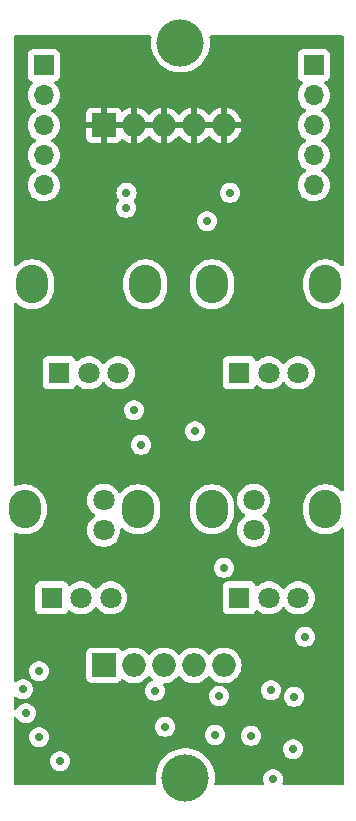
<source format=gbr>
%TF.GenerationSoftware,KiCad,Pcbnew,8.0.5*%
%TF.CreationDate,2024-11-22T15:59:57+05:30*%
%TF.ProjectId,kick,6b69636b-2e6b-4696-9361-645f70636258,rev?*%
%TF.SameCoordinates,Original*%
%TF.FileFunction,Copper,L3,Inr*%
%TF.FilePolarity,Positive*%
%FSLAX46Y46*%
G04 Gerber Fmt 4.6, Leading zero omitted, Abs format (unit mm)*
G04 Created by KiCad (PCBNEW 8.0.5) date 2024-11-22 15:59:57*
%MOMM*%
%LPD*%
G01*
G04 APERTURE LIST*
%TA.AperFunction,ComponentPad*%
%ADD10O,2.720000X3.240000*%
%TD*%
%TA.AperFunction,ComponentPad*%
%ADD11R,1.800000X1.800000*%
%TD*%
%TA.AperFunction,ComponentPad*%
%ADD12C,1.800000*%
%TD*%
%TA.AperFunction,ComponentPad*%
%ADD13R,1.700000X1.700000*%
%TD*%
%TA.AperFunction,ComponentPad*%
%ADD14O,1.700000X1.700000*%
%TD*%
%TA.AperFunction,ComponentPad*%
%ADD15R,2.000000X2.000000*%
%TD*%
%TA.AperFunction,ComponentPad*%
%ADD16O,2.000000X2.000000*%
%TD*%
%TA.AperFunction,ViaPad*%
%ADD17C,0.700000*%
%TD*%
%TA.AperFunction,ViaPad*%
%ADD18C,4.000000*%
%TD*%
G04 APERTURE END LIST*
D10*
%TO.N,*%
%TO.C,RV2*%
X49810000Y-64265000D03*
X59410000Y-64265000D03*
D11*
%TO.N,CAP_MID*%
X52110000Y-71765000D03*
D12*
%TO.N,Net-(R9-Pad1)*%
X54610000Y-71765000D03*
%TO.N,unconnected-(RV2-Pad3)*%
X57110000Y-71765000D03*
%TD*%
D10*
%TO.N,*%
%TO.C,RV4*%
X49175000Y-83315000D03*
X58775000Y-83315000D03*
D11*
%TO.N,unconnected-(RV4-Pad1)*%
X51475000Y-90815000D03*
D12*
%TO.N,Net-(U4--)*%
X53975000Y-90815000D03*
%TO.N,Net-(R14-Pad1)*%
X56475000Y-90815000D03*
%TD*%
D13*
%TO.N,GATE_IN*%
%TO.C,INPUT1*%
X50800000Y-45720000D03*
D14*
%TO.N,Net-(INPUT1-Pin_2)*%
X50800000Y-48260000D03*
X50800000Y-50800000D03*
X50800000Y-53340000D03*
X50800000Y-55880000D03*
%TD*%
D10*
%TO.N,*%
%TO.C,RV3*%
X65050000Y-64265000D03*
X74650000Y-64265000D03*
D11*
%TO.N,Net-(U3A--)*%
X67350000Y-71765000D03*
D12*
%TO.N,Net-(R10-Pad1)*%
X69850000Y-71765000D03*
%TO.N,unconnected-(RV3-Pad3)*%
X72350000Y-71765000D03*
%TD*%
D10*
%TO.N,*%
%TO.C,RV1*%
X65050000Y-83315000D03*
X74650000Y-83315000D03*
D11*
%TO.N,Net-(U2A-+)*%
X67350000Y-90815000D03*
D12*
%TO.N,Net-(R7-Pad1)*%
X69850000Y-90815000D03*
%TO.N,unconnected-(RV1-Pad3)*%
X72350000Y-90815000D03*
%TD*%
D13*
%TO.N,KICK_OUT*%
%TO.C,OUTPUT1*%
X73660000Y-45720000D03*
D14*
X73660000Y-48260000D03*
X73660000Y-50800000D03*
X73660000Y-53340000D03*
X73660000Y-55880000D03*
%TD*%
D12*
%TO.N,Net-(U4--)*%
%TO.C,U4*%
X68580000Y-82550000D03*
%TO.N,TRIG_ENV*%
X68580000Y-85090000D03*
%TO.N,Net-(R9-Pad1)*%
X55880000Y-82550000D03*
%TO.N,CAP_MID*%
X55880000Y-85090000D03*
%TD*%
D15*
%TO.N,V_SUPPLY*%
%TO.C,V_SUPPLY1*%
X55880000Y-50800000D03*
D16*
X58420000Y-50800000D03*
X60960000Y-50800000D03*
X63500000Y-50800000D03*
X66040000Y-50800000D03*
%TD*%
D15*
%TO.N,GND*%
%TO.C,GND1*%
X55880000Y-96520000D03*
D16*
X58420000Y-96520000D03*
X60960000Y-96520000D03*
X63500000Y-96520000D03*
X66040000Y-96520000D03*
%TD*%
D17*
%TO.N,Net-(U3A--)*%
X70231000Y-106172000D03*
%TO.N,Net-(R10-Pad1)*%
X65659000Y-99125000D03*
D18*
%TO.N,*%
X62784908Y-106045000D03*
X62377580Y-43815000D03*
D17*
%TO.N,GND*%
X66040000Y-88265000D03*
X57785000Y-57785000D03*
X72009000Y-99187000D03*
X58420000Y-74930000D03*
X52197000Y-104648000D03*
X60198000Y-98679000D03*
X71882000Y-103632000D03*
%TO.N,TRIG_ENV*%
X64643000Y-58928000D03*
%TO.N,CAP_MID*%
X49275000Y-100584000D03*
X49022000Y-98552000D03*
X65298345Y-102411656D03*
%TO.N,GATE_IN*%
X57804803Y-56513169D03*
%TO.N,V_MID*%
X66548000Y-56515000D03*
X61087000Y-101727000D03*
X68326000Y-102489000D03*
X59055000Y-77851000D03*
X63627000Y-76708000D03*
X72898000Y-94107000D03*
%TO.N,V_SUPPLY*%
X73939000Y-98654000D03*
X66548000Y-76708000D03*
X55245000Y-58420000D03*
X66675000Y-53975000D03*
X58547000Y-99810000D03*
%TO.N,Net-(U2A-+)*%
X50419000Y-97028000D03*
X50419000Y-102616000D03*
%TO.N,Net-(R10-Pad1)*%
X70057976Y-98632975D03*
%TD*%
%TA.AperFunction,Conductor*%
%TO.N,V_SUPPLY*%
G36*
X57954075Y-50607007D02*
G01*
X57920000Y-50734174D01*
X57920000Y-50865826D01*
X57954075Y-50992993D01*
X57986988Y-51050000D01*
X56313012Y-51050000D01*
X56345925Y-50992993D01*
X56380000Y-50865826D01*
X56380000Y-50734174D01*
X56345925Y-50607007D01*
X56313012Y-50550000D01*
X57986988Y-50550000D01*
X57954075Y-50607007D01*
G37*
%TD.AperFunction*%
%TA.AperFunction,Conductor*%
G36*
X60494075Y-50607007D02*
G01*
X60460000Y-50734174D01*
X60460000Y-50865826D01*
X60494075Y-50992993D01*
X60526988Y-51050000D01*
X58853012Y-51050000D01*
X58885925Y-50992993D01*
X58920000Y-50865826D01*
X58920000Y-50734174D01*
X58885925Y-50607007D01*
X58853012Y-50550000D01*
X60526988Y-50550000D01*
X60494075Y-50607007D01*
G37*
%TD.AperFunction*%
%TA.AperFunction,Conductor*%
G36*
X63034075Y-50607007D02*
G01*
X63000000Y-50734174D01*
X63000000Y-50865826D01*
X63034075Y-50992993D01*
X63066988Y-51050000D01*
X61393012Y-51050000D01*
X61425925Y-50992993D01*
X61460000Y-50865826D01*
X61460000Y-50734174D01*
X61425925Y-50607007D01*
X61393012Y-50550000D01*
X63066988Y-50550000D01*
X63034075Y-50607007D01*
G37*
%TD.AperFunction*%
%TA.AperFunction,Conductor*%
G36*
X65574075Y-50607007D02*
G01*
X65540000Y-50734174D01*
X65540000Y-50865826D01*
X65574075Y-50992993D01*
X65606988Y-51050000D01*
X63933012Y-51050000D01*
X63965925Y-50992993D01*
X64000000Y-50865826D01*
X64000000Y-50734174D01*
X63965925Y-50607007D01*
X63933012Y-50550000D01*
X65606988Y-50550000D01*
X65574075Y-50607007D01*
G37*
%TD.AperFunction*%
%TA.AperFunction,Conductor*%
G36*
X59870272Y-43199685D02*
G01*
X59916027Y-43252489D01*
X59925971Y-43321647D01*
X59925037Y-43327235D01*
X59891891Y-43500988D01*
X59891890Y-43500995D01*
X59872136Y-43814994D01*
X59872136Y-43815005D01*
X59891890Y-44129004D01*
X59891891Y-44129011D01*
X59891892Y-44129015D01*
X59948583Y-44426202D01*
X59950850Y-44438083D01*
X60048077Y-44737316D01*
X60048079Y-44737321D01*
X60182041Y-45022003D01*
X60182044Y-45022009D01*
X60350631Y-45287661D01*
X60350634Y-45287665D01*
X60551186Y-45530090D01*
X60551188Y-45530092D01*
X60780548Y-45745476D01*
X60780558Y-45745484D01*
X61035084Y-45930408D01*
X61035089Y-45930410D01*
X61035096Y-45930416D01*
X61310814Y-46081994D01*
X61310819Y-46081996D01*
X61310821Y-46081997D01*
X61310822Y-46081998D01*
X61603351Y-46197818D01*
X61603354Y-46197819D01*
X61908103Y-46276065D01*
X61908107Y-46276066D01*
X61973590Y-46284338D01*
X62220250Y-46315499D01*
X62220259Y-46315499D01*
X62220262Y-46315500D01*
X62220264Y-46315500D01*
X62534896Y-46315500D01*
X62534898Y-46315500D01*
X62534901Y-46315499D01*
X62534909Y-46315499D01*
X62721173Y-46291968D01*
X62847053Y-46276066D01*
X63151805Y-46197819D01*
X63151808Y-46197818D01*
X63444337Y-46081998D01*
X63444338Y-46081997D01*
X63444336Y-46081997D01*
X63444346Y-46081994D01*
X63720064Y-45930416D01*
X63974610Y-45745478D01*
X64203970Y-45530094D01*
X64404527Y-45287663D01*
X64573117Y-45022007D01*
X64707083Y-44737315D01*
X64804311Y-44438079D01*
X64863268Y-44129015D01*
X64883024Y-43815000D01*
X64863268Y-43500985D01*
X64830123Y-43327233D01*
X64836897Y-43257695D01*
X64880192Y-43202856D01*
X64946263Y-43180129D01*
X64951927Y-43180000D01*
X76076000Y-43180000D01*
X76143039Y-43199685D01*
X76188794Y-43252489D01*
X76200000Y-43304000D01*
X76200000Y-62624493D01*
X76180315Y-62691532D01*
X76127511Y-62737287D01*
X76058353Y-62747231D01*
X75994797Y-62718206D01*
X75988319Y-62712174D01*
X75879350Y-62603205D01*
X75879343Y-62603199D01*
X75685864Y-62454738D01*
X75685862Y-62454736D01*
X75685856Y-62454732D01*
X75685851Y-62454729D01*
X75685848Y-62454727D01*
X75474651Y-62332791D01*
X75474640Y-62332786D01*
X75249330Y-62239459D01*
X75249323Y-62239457D01*
X75249321Y-62239456D01*
X75013744Y-62176334D01*
X74973333Y-62171013D01*
X74771951Y-62144500D01*
X74771944Y-62144500D01*
X74528056Y-62144500D01*
X74528048Y-62144500D01*
X74297896Y-62174801D01*
X74286256Y-62176334D01*
X74050679Y-62239456D01*
X74050669Y-62239459D01*
X73825359Y-62332786D01*
X73825348Y-62332791D01*
X73614151Y-62454727D01*
X73614135Y-62454738D01*
X73420656Y-62603199D01*
X73420649Y-62603205D01*
X73248205Y-62775649D01*
X73248199Y-62775656D01*
X73099738Y-62969135D01*
X73099727Y-62969151D01*
X72977791Y-63180348D01*
X72977786Y-63180359D01*
X72884459Y-63405669D01*
X72884456Y-63405679D01*
X72821335Y-63641253D01*
X72821333Y-63641264D01*
X72789500Y-63883048D01*
X72789500Y-64646951D01*
X72816013Y-64848333D01*
X72821334Y-64888744D01*
X72821335Y-64888746D01*
X72884456Y-65124320D01*
X72884459Y-65124330D01*
X72977786Y-65349640D01*
X72977791Y-65349651D01*
X73099727Y-65560848D01*
X73099738Y-65560864D01*
X73248199Y-65754343D01*
X73248205Y-65754350D01*
X73420649Y-65926794D01*
X73420655Y-65926799D01*
X73614144Y-66075268D01*
X73614151Y-66075272D01*
X73825348Y-66197208D01*
X73825353Y-66197210D01*
X73825356Y-66197212D01*
X74050679Y-66290544D01*
X74286256Y-66353666D01*
X74528056Y-66385500D01*
X74528063Y-66385500D01*
X74771937Y-66385500D01*
X74771944Y-66385500D01*
X75013744Y-66353666D01*
X75249321Y-66290544D01*
X75474644Y-66197212D01*
X75685856Y-66075268D01*
X75879345Y-65926799D01*
X75909483Y-65896661D01*
X75988319Y-65817826D01*
X76049642Y-65784341D01*
X76119334Y-65789325D01*
X76175267Y-65831197D01*
X76199684Y-65896661D01*
X76200000Y-65905507D01*
X76200000Y-81674493D01*
X76180315Y-81741532D01*
X76127511Y-81787287D01*
X76058353Y-81797231D01*
X75994797Y-81768206D01*
X75988319Y-81762174D01*
X75879350Y-81653205D01*
X75879343Y-81653199D01*
X75685864Y-81504738D01*
X75685862Y-81504736D01*
X75685856Y-81504732D01*
X75685851Y-81504729D01*
X75685848Y-81504727D01*
X75474651Y-81382791D01*
X75474640Y-81382786D01*
X75249330Y-81289459D01*
X75249323Y-81289457D01*
X75249321Y-81289456D01*
X75013744Y-81226334D01*
X74973333Y-81221013D01*
X74771951Y-81194500D01*
X74771944Y-81194500D01*
X74528056Y-81194500D01*
X74528048Y-81194500D01*
X74297896Y-81224801D01*
X74286256Y-81226334D01*
X74140828Y-81265301D01*
X74050679Y-81289456D01*
X74050669Y-81289459D01*
X73825359Y-81382786D01*
X73825348Y-81382791D01*
X73614151Y-81504727D01*
X73614135Y-81504738D01*
X73420656Y-81653199D01*
X73420649Y-81653205D01*
X73248205Y-81825649D01*
X73248199Y-81825656D01*
X73099738Y-82019135D01*
X73099727Y-82019151D01*
X72977791Y-82230348D01*
X72977786Y-82230359D01*
X72884459Y-82455669D01*
X72884456Y-82455679D01*
X72859182Y-82550006D01*
X72821335Y-82691253D01*
X72821333Y-82691264D01*
X72789500Y-82933048D01*
X72789500Y-83696951D01*
X72809470Y-83848630D01*
X72821334Y-83938744D01*
X72852776Y-84056087D01*
X72884456Y-84174320D01*
X72884459Y-84174330D01*
X72977786Y-84399640D01*
X72977791Y-84399651D01*
X73099727Y-84610848D01*
X73099738Y-84610864D01*
X73248199Y-84804343D01*
X73248205Y-84804350D01*
X73420649Y-84976794D01*
X73420655Y-84976799D01*
X73614144Y-85125268D01*
X73614151Y-85125272D01*
X73825348Y-85247208D01*
X73825353Y-85247210D01*
X73825356Y-85247212D01*
X74050679Y-85340544D01*
X74286256Y-85403666D01*
X74528056Y-85435500D01*
X74528063Y-85435500D01*
X74771937Y-85435500D01*
X74771944Y-85435500D01*
X75013744Y-85403666D01*
X75249321Y-85340544D01*
X75474644Y-85247212D01*
X75685856Y-85125268D01*
X75879345Y-84976799D01*
X75909483Y-84946661D01*
X75988319Y-84867826D01*
X76049642Y-84834341D01*
X76119334Y-84839325D01*
X76175267Y-84881197D01*
X76199684Y-84946661D01*
X76200000Y-84955507D01*
X76200000Y-106556000D01*
X76180315Y-106623039D01*
X76127511Y-106668794D01*
X76076000Y-106680000D01*
X71130881Y-106680000D01*
X71063842Y-106660315D01*
X71018087Y-106607511D01*
X71008143Y-106538353D01*
X71012950Y-106517682D01*
X71034133Y-106452485D01*
X71067497Y-106349803D01*
X71086185Y-106172000D01*
X71067497Y-105994197D01*
X71012250Y-105824165D01*
X70922859Y-105669335D01*
X70876003Y-105617296D01*
X70803235Y-105536478D01*
X70803232Y-105536476D01*
X70803231Y-105536475D01*
X70803230Y-105536474D01*
X70658593Y-105431388D01*
X70495267Y-105358671D01*
X70495265Y-105358670D01*
X70367594Y-105331533D01*
X70320391Y-105321500D01*
X70141609Y-105321500D01*
X70110954Y-105328015D01*
X69966733Y-105358670D01*
X69966728Y-105358672D01*
X69803408Y-105431387D01*
X69658768Y-105536475D01*
X69539140Y-105669336D01*
X69449750Y-105824164D01*
X69449747Y-105824170D01*
X69394504Y-105994192D01*
X69394503Y-105994194D01*
X69375815Y-106172000D01*
X69394503Y-106349805D01*
X69394504Y-106349807D01*
X69449050Y-106517682D01*
X69451045Y-106587523D01*
X69414965Y-106647356D01*
X69352264Y-106678184D01*
X69331119Y-106680000D01*
X65359255Y-106680000D01*
X65292216Y-106660315D01*
X65246461Y-106607511D01*
X65236517Y-106538353D01*
X65237451Y-106532765D01*
X65239918Y-106519835D01*
X65270596Y-106359015D01*
X65270597Y-106359004D01*
X65290352Y-106045005D01*
X65290352Y-106044994D01*
X65270597Y-105730995D01*
X65270596Y-105730988D01*
X65270596Y-105730985D01*
X65211639Y-105421921D01*
X65114411Y-105122685D01*
X64980445Y-104837993D01*
X64811855Y-104572337D01*
X64811853Y-104572334D01*
X64611301Y-104329909D01*
X64611299Y-104329907D01*
X64381939Y-104114523D01*
X64381929Y-104114515D01*
X64127403Y-103929591D01*
X64127396Y-103929586D01*
X64127392Y-103929584D01*
X63851674Y-103778006D01*
X63851671Y-103778004D01*
X63851666Y-103778002D01*
X63851665Y-103778001D01*
X63559136Y-103662181D01*
X63559133Y-103662180D01*
X63441589Y-103632000D01*
X71026815Y-103632000D01*
X71045503Y-103809805D01*
X71045504Y-103809807D01*
X71100747Y-103979829D01*
X71100750Y-103979835D01*
X71190141Y-104134665D01*
X71231812Y-104180946D01*
X71309764Y-104267521D01*
X71309767Y-104267523D01*
X71309770Y-104267526D01*
X71454407Y-104372612D01*
X71617733Y-104445329D01*
X71792609Y-104482500D01*
X71792610Y-104482500D01*
X71971389Y-104482500D01*
X71971391Y-104482500D01*
X72146267Y-104445329D01*
X72309593Y-104372612D01*
X72454230Y-104267526D01*
X72573859Y-104134665D01*
X72663250Y-103979835D01*
X72718497Y-103809803D01*
X72737185Y-103632000D01*
X72718497Y-103454197D01*
X72663250Y-103284165D01*
X72573859Y-103129335D01*
X72499888Y-103047182D01*
X72454235Y-102996478D01*
X72454232Y-102996476D01*
X72454231Y-102996475D01*
X72454230Y-102996474D01*
X72309593Y-102891388D01*
X72146267Y-102818671D01*
X72146265Y-102818670D01*
X72018594Y-102791533D01*
X71971391Y-102781500D01*
X71792609Y-102781500D01*
X71761954Y-102788015D01*
X71617733Y-102818670D01*
X71617728Y-102818672D01*
X71454408Y-102891387D01*
X71309768Y-102996475D01*
X71190140Y-103129336D01*
X71100750Y-103284164D01*
X71100747Y-103284170D01*
X71045504Y-103454192D01*
X71045503Y-103454194D01*
X71026815Y-103632000D01*
X63441589Y-103632000D01*
X63254384Y-103583934D01*
X63254371Y-103583932D01*
X62942237Y-103544500D01*
X62942226Y-103544500D01*
X62627590Y-103544500D01*
X62627578Y-103544500D01*
X62315444Y-103583932D01*
X62315431Y-103583934D01*
X62010682Y-103662180D01*
X62010679Y-103662181D01*
X61718150Y-103778001D01*
X61718149Y-103778002D01*
X61442424Y-103929584D01*
X61442412Y-103929591D01*
X61187886Y-104114515D01*
X61187876Y-104114523D01*
X60958516Y-104329907D01*
X60958514Y-104329909D01*
X60757962Y-104572334D01*
X60757959Y-104572338D01*
X60589372Y-104837990D01*
X60589369Y-104837996D01*
X60455407Y-105122678D01*
X60455405Y-105122683D01*
X60358178Y-105421916D01*
X60299219Y-105730988D01*
X60299218Y-105730995D01*
X60279464Y-106044994D01*
X60279464Y-106045005D01*
X60299218Y-106359004D01*
X60299219Y-106359011D01*
X60299220Y-106359015D01*
X60329487Y-106517682D01*
X60332365Y-106532765D01*
X60325591Y-106602305D01*
X60282296Y-106657144D01*
X60216225Y-106679871D01*
X60210561Y-106680000D01*
X48384000Y-106680000D01*
X48316961Y-106660315D01*
X48271206Y-106607511D01*
X48260000Y-106556000D01*
X48260000Y-104648000D01*
X51341815Y-104648000D01*
X51360503Y-104825805D01*
X51360504Y-104825807D01*
X51415747Y-104995829D01*
X51415750Y-104995835D01*
X51505141Y-105150665D01*
X51546812Y-105196946D01*
X51624764Y-105283521D01*
X51624767Y-105283523D01*
X51624770Y-105283526D01*
X51769407Y-105388612D01*
X51932733Y-105461329D01*
X52107609Y-105498500D01*
X52107610Y-105498500D01*
X52286389Y-105498500D01*
X52286391Y-105498500D01*
X52461267Y-105461329D01*
X52624593Y-105388612D01*
X52769230Y-105283526D01*
X52888859Y-105150665D01*
X52978250Y-104995835D01*
X53033497Y-104825803D01*
X53052185Y-104648000D01*
X53033497Y-104470197D01*
X53001789Y-104372610D01*
X52978252Y-104300170D01*
X52978249Y-104300164D01*
X52888859Y-104145335D01*
X52842003Y-104093296D01*
X52769235Y-104012478D01*
X52769232Y-104012476D01*
X52769231Y-104012475D01*
X52769230Y-104012474D01*
X52624593Y-103907388D01*
X52461267Y-103834671D01*
X52461265Y-103834670D01*
X52333594Y-103807533D01*
X52286391Y-103797500D01*
X52107609Y-103797500D01*
X52076954Y-103804015D01*
X51932733Y-103834670D01*
X51932728Y-103834672D01*
X51769408Y-103907387D01*
X51624768Y-104012475D01*
X51505140Y-104145336D01*
X51415750Y-104300164D01*
X51415747Y-104300170D01*
X51360504Y-104470192D01*
X51360503Y-104470194D01*
X51341815Y-104648000D01*
X48260000Y-104648000D01*
X48260000Y-102616000D01*
X49563815Y-102616000D01*
X49582503Y-102793805D01*
X49582504Y-102793807D01*
X49637747Y-102963829D01*
X49637750Y-102963835D01*
X49727141Y-103118665D01*
X49768812Y-103164946D01*
X49846764Y-103251521D01*
X49846767Y-103251523D01*
X49846770Y-103251526D01*
X49991407Y-103356612D01*
X50154733Y-103429329D01*
X50329609Y-103466500D01*
X50329610Y-103466500D01*
X50508389Y-103466500D01*
X50508391Y-103466500D01*
X50683267Y-103429329D01*
X50846593Y-103356612D01*
X50991230Y-103251526D01*
X51110859Y-103118665D01*
X51200250Y-102963835D01*
X51255497Y-102793803D01*
X51274185Y-102616000D01*
X51255497Y-102438197D01*
X51214231Y-102311194D01*
X51200252Y-102268170D01*
X51200249Y-102268164D01*
X51178022Y-102229665D01*
X51110859Y-102113335D01*
X51064003Y-102061296D01*
X50991235Y-101980478D01*
X50991232Y-101980476D01*
X50991231Y-101980475D01*
X50991230Y-101980474D01*
X50846593Y-101875388D01*
X50683267Y-101802671D01*
X50683265Y-101802670D01*
X50555594Y-101775533D01*
X50508391Y-101765500D01*
X50329609Y-101765500D01*
X50298954Y-101772015D01*
X50154733Y-101802670D01*
X50154728Y-101802672D01*
X49991408Y-101875387D01*
X49846768Y-101980475D01*
X49727140Y-102113336D01*
X49637750Y-102268164D01*
X49637747Y-102268170D01*
X49582504Y-102438192D01*
X49582503Y-102438194D01*
X49563815Y-102616000D01*
X48260000Y-102616000D01*
X48260000Y-101727000D01*
X60231815Y-101727000D01*
X60250503Y-101904805D01*
X60250504Y-101904807D01*
X60305747Y-102074829D01*
X60305750Y-102074835D01*
X60395141Y-102229665D01*
X60429806Y-102268164D01*
X60514764Y-102362521D01*
X60514767Y-102362523D01*
X60514770Y-102362526D01*
X60659407Y-102467612D01*
X60822733Y-102540329D01*
X60997609Y-102577500D01*
X60997610Y-102577500D01*
X61176389Y-102577500D01*
X61176391Y-102577500D01*
X61351267Y-102540329D01*
X61514593Y-102467612D01*
X61591609Y-102411656D01*
X64443160Y-102411656D01*
X64461848Y-102589461D01*
X64461849Y-102589463D01*
X64517092Y-102759485D01*
X64517095Y-102759491D01*
X64606486Y-102914321D01*
X64648157Y-102960602D01*
X64726109Y-103047177D01*
X64726112Y-103047179D01*
X64726115Y-103047182D01*
X64870752Y-103152268D01*
X65034078Y-103224985D01*
X65208954Y-103262156D01*
X65208955Y-103262156D01*
X65387734Y-103262156D01*
X65387736Y-103262156D01*
X65562612Y-103224985D01*
X65725938Y-103152268D01*
X65870575Y-103047182D01*
X65990204Y-102914321D01*
X66079595Y-102759491D01*
X66134842Y-102589459D01*
X66145401Y-102489000D01*
X67470815Y-102489000D01*
X67489503Y-102666805D01*
X67489504Y-102666807D01*
X67544747Y-102836829D01*
X67544750Y-102836835D01*
X67634141Y-102991665D01*
X67638475Y-102996478D01*
X67753764Y-103124521D01*
X67753767Y-103124523D01*
X67753770Y-103124526D01*
X67898407Y-103229612D01*
X68061733Y-103302329D01*
X68236609Y-103339500D01*
X68236610Y-103339500D01*
X68415389Y-103339500D01*
X68415391Y-103339500D01*
X68590267Y-103302329D01*
X68753593Y-103229612D01*
X68898230Y-103124526D01*
X68903508Y-103118665D01*
X68924148Y-103095741D01*
X69017859Y-102991665D01*
X69107250Y-102836835D01*
X69162497Y-102666803D01*
X69181185Y-102489000D01*
X69162497Y-102311197D01*
X69107250Y-102141165D01*
X69017859Y-101986335D01*
X68944449Y-101904805D01*
X68898235Y-101853478D01*
X68898232Y-101853476D01*
X68898231Y-101853475D01*
X68898230Y-101853474D01*
X68753593Y-101748388D01*
X68590267Y-101675671D01*
X68590265Y-101675670D01*
X68462594Y-101648533D01*
X68415391Y-101638500D01*
X68236609Y-101638500D01*
X68205954Y-101645015D01*
X68061733Y-101675670D01*
X68061728Y-101675672D01*
X67898408Y-101748387D01*
X67753768Y-101853475D01*
X67634140Y-101986336D01*
X67544750Y-102141164D01*
X67544747Y-102141170D01*
X67489504Y-102311192D01*
X67489503Y-102311194D01*
X67470815Y-102489000D01*
X66145401Y-102489000D01*
X66153530Y-102411656D01*
X66134842Y-102233853D01*
X66104725Y-102141164D01*
X66079597Y-102063826D01*
X66079594Y-102063820D01*
X66034859Y-101986336D01*
X65990204Y-101908991D01*
X65940216Y-101853474D01*
X65870580Y-101776134D01*
X65870577Y-101776132D01*
X65870576Y-101776131D01*
X65870575Y-101776130D01*
X65725938Y-101671044D01*
X65562612Y-101598327D01*
X65562610Y-101598326D01*
X65434939Y-101571189D01*
X65387736Y-101561156D01*
X65208954Y-101561156D01*
X65178299Y-101567671D01*
X65034078Y-101598326D01*
X65034073Y-101598328D01*
X64870753Y-101671043D01*
X64726113Y-101776131D01*
X64606485Y-101908992D01*
X64517095Y-102063820D01*
X64517092Y-102063826D01*
X64461849Y-102233848D01*
X64461848Y-102233850D01*
X64443160Y-102411656D01*
X61591609Y-102411656D01*
X61659230Y-102362526D01*
X61778859Y-102229665D01*
X61868250Y-102074835D01*
X61923497Y-101904803D01*
X61942185Y-101727000D01*
X61923497Y-101549197D01*
X61868250Y-101379165D01*
X61778859Y-101224335D01*
X61732003Y-101172296D01*
X61659235Y-101091478D01*
X61659232Y-101091476D01*
X61659231Y-101091475D01*
X61659230Y-101091474D01*
X61514593Y-100986388D01*
X61351267Y-100913671D01*
X61351265Y-100913670D01*
X61223594Y-100886533D01*
X61176391Y-100876500D01*
X60997609Y-100876500D01*
X60966954Y-100883015D01*
X60822733Y-100913670D01*
X60822728Y-100913672D01*
X60659408Y-100986387D01*
X60514768Y-101091475D01*
X60395140Y-101224336D01*
X60305750Y-101379164D01*
X60305747Y-101379170D01*
X60250504Y-101549192D01*
X60250503Y-101549194D01*
X60231815Y-101727000D01*
X48260000Y-101727000D01*
X48260000Y-100989741D01*
X48279685Y-100922702D01*
X48332489Y-100876947D01*
X48401647Y-100867003D01*
X48465203Y-100896028D01*
X48491387Y-100927742D01*
X48583137Y-101086660D01*
X48583139Y-101086663D01*
X48702764Y-101219521D01*
X48702767Y-101219523D01*
X48702770Y-101219526D01*
X48847407Y-101324612D01*
X49010733Y-101397329D01*
X49185609Y-101434500D01*
X49185610Y-101434500D01*
X49364389Y-101434500D01*
X49364391Y-101434500D01*
X49539267Y-101397329D01*
X49702593Y-101324612D01*
X49847230Y-101219526D01*
X49966859Y-101086665D01*
X50056250Y-100931835D01*
X50111497Y-100761803D01*
X50130185Y-100584000D01*
X50111497Y-100406197D01*
X50056250Y-100236165D01*
X49966859Y-100081335D01*
X49893921Y-100000329D01*
X49847235Y-99948478D01*
X49847232Y-99948476D01*
X49847231Y-99948475D01*
X49847230Y-99948474D01*
X49702593Y-99843388D01*
X49539267Y-99770671D01*
X49539265Y-99770670D01*
X49411594Y-99743533D01*
X49364391Y-99733500D01*
X49185609Y-99733500D01*
X49154954Y-99740015D01*
X49010733Y-99770670D01*
X49010728Y-99770672D01*
X48847408Y-99843387D01*
X48702768Y-99948475D01*
X48583140Y-100081336D01*
X48491387Y-100240258D01*
X48440820Y-100288473D01*
X48372213Y-100301697D01*
X48307349Y-100275729D01*
X48266820Y-100218815D01*
X48260000Y-100178258D01*
X48260000Y-99293013D01*
X48279685Y-99225974D01*
X48332489Y-99180219D01*
X48401647Y-99170275D01*
X48456886Y-99192696D01*
X48594401Y-99292608D01*
X48594402Y-99292609D01*
X48594404Y-99292610D01*
X48594407Y-99292612D01*
X48757733Y-99365329D01*
X48932609Y-99402500D01*
X48932610Y-99402500D01*
X49111389Y-99402500D01*
X49111391Y-99402500D01*
X49286267Y-99365329D01*
X49449593Y-99292612D01*
X49594230Y-99187526D01*
X49599508Y-99181665D01*
X49620148Y-99158741D01*
X49713859Y-99054665D01*
X49803250Y-98899835D01*
X49858497Y-98729803D01*
X49877185Y-98552000D01*
X49858497Y-98374197D01*
X49829562Y-98285145D01*
X49803252Y-98204170D01*
X49803249Y-98204164D01*
X49713859Y-98049335D01*
X49651042Y-97979570D01*
X49594235Y-97916478D01*
X49594232Y-97916476D01*
X49594231Y-97916475D01*
X49594230Y-97916474D01*
X49449593Y-97811388D01*
X49286267Y-97738671D01*
X49286265Y-97738670D01*
X49158594Y-97711533D01*
X49111391Y-97701500D01*
X48932609Y-97701500D01*
X48905543Y-97707253D01*
X48757733Y-97738670D01*
X48757728Y-97738672D01*
X48594408Y-97811388D01*
X48594403Y-97811390D01*
X48456885Y-97911304D01*
X48391079Y-97934784D01*
X48323025Y-97918959D01*
X48274330Y-97868853D01*
X48260000Y-97810986D01*
X48260000Y-97028000D01*
X49563815Y-97028000D01*
X49582503Y-97205805D01*
X49582504Y-97205807D01*
X49637747Y-97375829D01*
X49637750Y-97375835D01*
X49727141Y-97530665D01*
X49760646Y-97567876D01*
X49846764Y-97663521D01*
X49846767Y-97663523D01*
X49846770Y-97663526D01*
X49991407Y-97768612D01*
X50154733Y-97841329D01*
X50329609Y-97878500D01*
X50329610Y-97878500D01*
X50508389Y-97878500D01*
X50508391Y-97878500D01*
X50683267Y-97841329D01*
X50846593Y-97768612D01*
X50991230Y-97663526D01*
X51110859Y-97530665D01*
X51200250Y-97375835D01*
X51255497Y-97205803D01*
X51274185Y-97028000D01*
X51255497Y-96850197D01*
X51200250Y-96680165D01*
X51110859Y-96525335D01*
X51064003Y-96473296D01*
X50991235Y-96392478D01*
X50991232Y-96392476D01*
X50991231Y-96392475D01*
X50991230Y-96392474D01*
X50846593Y-96287388D01*
X50683267Y-96214671D01*
X50683265Y-96214670D01*
X50555594Y-96187533D01*
X50508391Y-96177500D01*
X50329609Y-96177500D01*
X50298954Y-96184015D01*
X50154733Y-96214670D01*
X50154728Y-96214672D01*
X49991408Y-96287387D01*
X49846768Y-96392475D01*
X49727140Y-96525336D01*
X49637750Y-96680164D01*
X49637747Y-96680170D01*
X49582504Y-96850192D01*
X49582503Y-96850194D01*
X49563815Y-97028000D01*
X48260000Y-97028000D01*
X48260000Y-95472135D01*
X54379500Y-95472135D01*
X54379500Y-97567870D01*
X54379501Y-97567876D01*
X54385908Y-97627483D01*
X54436202Y-97762328D01*
X54436206Y-97762335D01*
X54522452Y-97877544D01*
X54522455Y-97877547D01*
X54637664Y-97963793D01*
X54637671Y-97963797D01*
X54772517Y-98014091D01*
X54772516Y-98014091D01*
X54779444Y-98014835D01*
X54832127Y-98020500D01*
X56927872Y-98020499D01*
X56987483Y-98014091D01*
X57122331Y-97963796D01*
X57237546Y-97877546D01*
X57323796Y-97762331D01*
X57323797Y-97762326D01*
X57328047Y-97754546D01*
X57331288Y-97756316D01*
X57362541Y-97714393D01*
X57427956Y-97689844D01*
X57496259Y-97704558D01*
X57513212Y-97715655D01*
X57596491Y-97780474D01*
X57815190Y-97898828D01*
X58050386Y-97979571D01*
X58295665Y-98020500D01*
X58544335Y-98020500D01*
X58789614Y-97979571D01*
X59024810Y-97898828D01*
X59243509Y-97780474D01*
X59439744Y-97627738D01*
X59598771Y-97454988D01*
X59658657Y-97418999D01*
X59728495Y-97421099D01*
X59781228Y-97454988D01*
X59940256Y-97627738D01*
X59940259Y-97627740D01*
X59940262Y-97627743D01*
X59969555Y-97650543D01*
X60010368Y-97707253D01*
X60014043Y-97777026D01*
X59979411Y-97837709D01*
X59939153Y-97861866D01*
X59939670Y-97863027D01*
X59770408Y-97938387D01*
X59625768Y-98043475D01*
X59506140Y-98176336D01*
X59416750Y-98331164D01*
X59416747Y-98331170D01*
X59361504Y-98501192D01*
X59361503Y-98501194D01*
X59342815Y-98679000D01*
X59361503Y-98856805D01*
X59361504Y-98856807D01*
X59416747Y-99026829D01*
X59416750Y-99026835D01*
X59506141Y-99181665D01*
X59546037Y-99225974D01*
X59625764Y-99314521D01*
X59625767Y-99314523D01*
X59625770Y-99314526D01*
X59770407Y-99419612D01*
X59933733Y-99492329D01*
X60108609Y-99529500D01*
X60108610Y-99529500D01*
X60287389Y-99529500D01*
X60287391Y-99529500D01*
X60462267Y-99492329D01*
X60625593Y-99419612D01*
X60770230Y-99314526D01*
X60780786Y-99302803D01*
X60811674Y-99268498D01*
X60889859Y-99181665D01*
X60922575Y-99125000D01*
X64803815Y-99125000D01*
X64822503Y-99302805D01*
X64822504Y-99302807D01*
X64877747Y-99472829D01*
X64877750Y-99472835D01*
X64967141Y-99627665D01*
X65008812Y-99673946D01*
X65086764Y-99760521D01*
X65086767Y-99760523D01*
X65086770Y-99760526D01*
X65231407Y-99865612D01*
X65394733Y-99938329D01*
X65569609Y-99975500D01*
X65569610Y-99975500D01*
X65748389Y-99975500D01*
X65748391Y-99975500D01*
X65923267Y-99938329D01*
X66086593Y-99865612D01*
X66231230Y-99760526D01*
X66350859Y-99627665D01*
X66440250Y-99472835D01*
X66495497Y-99302803D01*
X66514185Y-99125000D01*
X66495497Y-98947197D01*
X66440250Y-98777165D01*
X66357002Y-98632975D01*
X69202791Y-98632975D01*
X69221479Y-98810780D01*
X69221480Y-98810782D01*
X69276723Y-98980804D01*
X69276726Y-98980810D01*
X69366117Y-99135640D01*
X69397303Y-99170275D01*
X69485740Y-99268496D01*
X69485743Y-99268498D01*
X69485746Y-99268501D01*
X69630383Y-99373587D01*
X69793709Y-99446304D01*
X69968585Y-99483475D01*
X69968586Y-99483475D01*
X70147365Y-99483475D01*
X70147367Y-99483475D01*
X70322243Y-99446304D01*
X70485569Y-99373587D01*
X70630206Y-99268501D01*
X70703590Y-99187000D01*
X71153815Y-99187000D01*
X71172503Y-99364805D01*
X71172504Y-99364807D01*
X71227747Y-99534829D01*
X71227750Y-99534835D01*
X71317141Y-99689665D01*
X71356610Y-99733500D01*
X71436764Y-99822521D01*
X71436767Y-99822523D01*
X71436770Y-99822526D01*
X71581407Y-99927612D01*
X71744733Y-100000329D01*
X71919609Y-100037500D01*
X71919610Y-100037500D01*
X72098389Y-100037500D01*
X72098391Y-100037500D01*
X72273267Y-100000329D01*
X72436593Y-99927612D01*
X72581230Y-99822526D01*
X72700859Y-99689665D01*
X72790250Y-99534835D01*
X72845497Y-99364803D01*
X72864185Y-99187000D01*
X72845497Y-99009197D01*
X72809961Y-98899829D01*
X72790252Y-98839170D01*
X72790249Y-98839164D01*
X72773863Y-98810782D01*
X72700859Y-98684335D01*
X72645034Y-98622335D01*
X72581235Y-98551478D01*
X72581232Y-98551476D01*
X72581231Y-98551475D01*
X72581230Y-98551474D01*
X72436593Y-98446388D01*
X72273267Y-98373671D01*
X72273265Y-98373670D01*
X72145594Y-98346533D01*
X72098391Y-98336500D01*
X71919609Y-98336500D01*
X71888954Y-98343015D01*
X71744733Y-98373670D01*
X71744728Y-98373672D01*
X71581408Y-98446387D01*
X71436768Y-98551475D01*
X71317140Y-98684336D01*
X71227750Y-98839164D01*
X71227747Y-98839170D01*
X71172504Y-99009192D01*
X71172503Y-99009194D01*
X71153815Y-99187000D01*
X70703590Y-99187000D01*
X70749835Y-99135640D01*
X70839226Y-98980810D01*
X70894473Y-98810778D01*
X70913161Y-98632975D01*
X70894473Y-98455172D01*
X70854182Y-98331170D01*
X70839228Y-98285145D01*
X70839225Y-98285139D01*
X70792475Y-98204165D01*
X70749835Y-98130310D01*
X70697848Y-98072573D01*
X70630211Y-97997453D01*
X70630208Y-97997451D01*
X70630207Y-97997450D01*
X70630206Y-97997449D01*
X70485569Y-97892363D01*
X70322243Y-97819646D01*
X70322241Y-97819645D01*
X70194570Y-97792508D01*
X70147367Y-97782475D01*
X69968585Y-97782475D01*
X69937930Y-97788990D01*
X69793709Y-97819645D01*
X69793704Y-97819647D01*
X69630384Y-97892362D01*
X69485744Y-97997450D01*
X69366116Y-98130311D01*
X69276726Y-98285139D01*
X69276723Y-98285145D01*
X69221480Y-98455167D01*
X69221479Y-98455169D01*
X69202791Y-98632975D01*
X66357002Y-98632975D01*
X66350859Y-98622335D01*
X66287056Y-98551475D01*
X66231235Y-98489478D01*
X66231232Y-98489476D01*
X66231231Y-98489475D01*
X66231230Y-98489474D01*
X66086593Y-98384388D01*
X65923267Y-98311671D01*
X65923265Y-98311670D01*
X65795594Y-98284533D01*
X65748391Y-98274500D01*
X65569609Y-98274500D01*
X65538954Y-98281015D01*
X65394733Y-98311670D01*
X65394728Y-98311672D01*
X65231408Y-98384387D01*
X65086768Y-98489475D01*
X64967140Y-98622336D01*
X64877750Y-98777164D01*
X64877747Y-98777170D01*
X64822504Y-98947192D01*
X64822503Y-98947194D01*
X64803815Y-99125000D01*
X60922575Y-99125000D01*
X60979250Y-99026835D01*
X61034497Y-98856803D01*
X61053185Y-98679000D01*
X61034497Y-98501197D01*
X60993231Y-98374194D01*
X60979252Y-98331170D01*
X60979249Y-98331164D01*
X60967995Y-98311672D01*
X60907275Y-98206500D01*
X60890802Y-98138599D01*
X60913655Y-98072573D01*
X60968576Y-98029382D01*
X61014662Y-98020500D01*
X61084335Y-98020500D01*
X61329614Y-97979571D01*
X61564810Y-97898828D01*
X61783509Y-97780474D01*
X61979744Y-97627738D01*
X62138771Y-97454988D01*
X62198657Y-97418999D01*
X62268495Y-97421099D01*
X62321228Y-97454988D01*
X62480256Y-97627738D01*
X62676491Y-97780474D01*
X62676493Y-97780475D01*
X62883245Y-97892364D01*
X62895190Y-97898828D01*
X63130386Y-97979571D01*
X63375665Y-98020500D01*
X63624335Y-98020500D01*
X63869614Y-97979571D01*
X64104810Y-97898828D01*
X64323509Y-97780474D01*
X64519744Y-97627738D01*
X64678771Y-97454988D01*
X64738657Y-97418999D01*
X64808495Y-97421099D01*
X64861228Y-97454988D01*
X65020256Y-97627738D01*
X65216491Y-97780474D01*
X65216493Y-97780475D01*
X65423245Y-97892364D01*
X65435190Y-97898828D01*
X65670386Y-97979571D01*
X65915665Y-98020500D01*
X66164335Y-98020500D01*
X66409614Y-97979571D01*
X66644810Y-97898828D01*
X66863509Y-97780474D01*
X67059744Y-97627738D01*
X67228164Y-97444785D01*
X67364173Y-97236607D01*
X67464063Y-97008881D01*
X67525108Y-96767821D01*
X67532371Y-96680170D01*
X67545643Y-96520005D01*
X67545643Y-96519994D01*
X67525109Y-96272187D01*
X67525107Y-96272175D01*
X67464063Y-96031118D01*
X67364173Y-95803393D01*
X67228166Y-95595217D01*
X67206557Y-95571744D01*
X67059744Y-95412262D01*
X66863509Y-95259526D01*
X66863507Y-95259525D01*
X66863506Y-95259524D01*
X66644811Y-95141172D01*
X66644802Y-95141169D01*
X66409616Y-95060429D01*
X66164335Y-95019500D01*
X65915665Y-95019500D01*
X65670383Y-95060429D01*
X65435197Y-95141169D01*
X65435188Y-95141172D01*
X65216493Y-95259524D01*
X65020257Y-95412261D01*
X64861230Y-95585010D01*
X64801342Y-95621001D01*
X64731504Y-95618900D01*
X64678770Y-95585010D01*
X64639108Y-95541926D01*
X64519744Y-95412262D01*
X64323509Y-95259526D01*
X64323507Y-95259525D01*
X64323506Y-95259524D01*
X64104811Y-95141172D01*
X64104802Y-95141169D01*
X63869616Y-95060429D01*
X63624335Y-95019500D01*
X63375665Y-95019500D01*
X63130383Y-95060429D01*
X62895197Y-95141169D01*
X62895188Y-95141172D01*
X62676493Y-95259524D01*
X62480257Y-95412261D01*
X62321230Y-95585010D01*
X62261342Y-95621001D01*
X62191504Y-95618900D01*
X62138770Y-95585010D01*
X62099108Y-95541926D01*
X61979744Y-95412262D01*
X61783509Y-95259526D01*
X61783507Y-95259525D01*
X61783506Y-95259524D01*
X61564811Y-95141172D01*
X61564802Y-95141169D01*
X61329616Y-95060429D01*
X61084335Y-95019500D01*
X60835665Y-95019500D01*
X60590383Y-95060429D01*
X60355197Y-95141169D01*
X60355188Y-95141172D01*
X60136493Y-95259524D01*
X59940257Y-95412261D01*
X59781230Y-95585010D01*
X59721342Y-95621001D01*
X59651504Y-95618900D01*
X59598770Y-95585010D01*
X59559108Y-95541926D01*
X59439744Y-95412262D01*
X59243509Y-95259526D01*
X59243507Y-95259525D01*
X59243506Y-95259524D01*
X59024811Y-95141172D01*
X59024802Y-95141169D01*
X58789616Y-95060429D01*
X58544335Y-95019500D01*
X58295665Y-95019500D01*
X58050383Y-95060429D01*
X57815197Y-95141169D01*
X57815188Y-95141172D01*
X57596491Y-95259525D01*
X57596488Y-95259528D01*
X57513212Y-95324343D01*
X57448218Y-95349985D01*
X57379678Y-95336418D01*
X57329354Y-95287949D01*
X57328159Y-95285392D01*
X57328047Y-95285454D01*
X57323793Y-95277664D01*
X57237547Y-95162455D01*
X57237544Y-95162452D01*
X57122335Y-95076206D01*
X57122328Y-95076202D01*
X56987482Y-95025908D01*
X56987483Y-95025908D01*
X56927883Y-95019501D01*
X56927881Y-95019500D01*
X56927873Y-95019500D01*
X56927864Y-95019500D01*
X54832129Y-95019500D01*
X54832123Y-95019501D01*
X54772516Y-95025908D01*
X54637671Y-95076202D01*
X54637664Y-95076206D01*
X54522455Y-95162452D01*
X54522452Y-95162455D01*
X54436206Y-95277664D01*
X54436202Y-95277671D01*
X54385908Y-95412517D01*
X54379501Y-95472116D01*
X54379500Y-95472135D01*
X48260000Y-95472135D01*
X48260000Y-94107000D01*
X72042815Y-94107000D01*
X72061503Y-94284805D01*
X72061504Y-94284807D01*
X72116747Y-94454829D01*
X72116750Y-94454835D01*
X72206141Y-94609665D01*
X72247812Y-94655946D01*
X72325764Y-94742521D01*
X72325767Y-94742523D01*
X72325770Y-94742526D01*
X72470407Y-94847612D01*
X72633733Y-94920329D01*
X72808609Y-94957500D01*
X72808610Y-94957500D01*
X72987389Y-94957500D01*
X72987391Y-94957500D01*
X73162267Y-94920329D01*
X73325593Y-94847612D01*
X73470230Y-94742526D01*
X73589859Y-94609665D01*
X73679250Y-94454835D01*
X73734497Y-94284803D01*
X73753185Y-94107000D01*
X73734497Y-93929197D01*
X73679250Y-93759165D01*
X73589859Y-93604335D01*
X73543003Y-93552296D01*
X73470235Y-93471478D01*
X73470232Y-93471476D01*
X73470231Y-93471475D01*
X73470230Y-93471474D01*
X73325593Y-93366388D01*
X73162267Y-93293671D01*
X73162265Y-93293670D01*
X73034594Y-93266533D01*
X72987391Y-93256500D01*
X72808609Y-93256500D01*
X72777954Y-93263015D01*
X72633733Y-93293670D01*
X72633728Y-93293672D01*
X72470408Y-93366387D01*
X72325768Y-93471475D01*
X72206140Y-93604336D01*
X72116750Y-93759164D01*
X72116747Y-93759170D01*
X72061504Y-93929192D01*
X72061503Y-93929194D01*
X72042815Y-94107000D01*
X48260000Y-94107000D01*
X48260000Y-89867135D01*
X50074500Y-89867135D01*
X50074500Y-91762870D01*
X50074501Y-91762876D01*
X50080908Y-91822483D01*
X50131202Y-91957328D01*
X50131206Y-91957335D01*
X50217452Y-92072544D01*
X50217455Y-92072547D01*
X50332664Y-92158793D01*
X50332671Y-92158797D01*
X50467517Y-92209091D01*
X50467516Y-92209091D01*
X50474444Y-92209835D01*
X50527127Y-92215500D01*
X52422872Y-92215499D01*
X52482483Y-92209091D01*
X52617331Y-92158796D01*
X52732546Y-92072546D01*
X52818796Y-91957331D01*
X52837092Y-91908274D01*
X52878961Y-91852342D01*
X52944425Y-91827924D01*
X53012699Y-91842775D01*
X53029436Y-91853755D01*
X53206365Y-91991464D01*
X53206371Y-91991468D01*
X53206374Y-91991470D01*
X53410497Y-92101936D01*
X53524487Y-92141068D01*
X53630015Y-92177297D01*
X53630017Y-92177297D01*
X53630019Y-92177298D01*
X53858951Y-92215500D01*
X53858952Y-92215500D01*
X54091048Y-92215500D01*
X54091049Y-92215500D01*
X54319981Y-92177298D01*
X54539503Y-92101936D01*
X54743626Y-91991470D01*
X54926784Y-91848913D01*
X55083979Y-91678153D01*
X55121191Y-91621196D01*
X55174337Y-91575839D01*
X55243569Y-91566415D01*
X55306904Y-91595917D01*
X55328809Y-91621196D01*
X55366016Y-91678147D01*
X55366019Y-91678151D01*
X55366021Y-91678153D01*
X55523216Y-91848913D01*
X55523219Y-91848915D01*
X55523222Y-91848918D01*
X55706365Y-91991464D01*
X55706371Y-91991468D01*
X55706374Y-91991470D01*
X55910497Y-92101936D01*
X56024487Y-92141068D01*
X56130015Y-92177297D01*
X56130017Y-92177297D01*
X56130019Y-92177298D01*
X56358951Y-92215500D01*
X56358952Y-92215500D01*
X56591048Y-92215500D01*
X56591049Y-92215500D01*
X56819981Y-92177298D01*
X57039503Y-92101936D01*
X57243626Y-91991470D01*
X57426784Y-91848913D01*
X57583979Y-91678153D01*
X57710924Y-91483849D01*
X57804157Y-91271300D01*
X57861134Y-91046305D01*
X57880300Y-90815000D01*
X57880300Y-90814993D01*
X57861135Y-90583702D01*
X57861133Y-90583691D01*
X57804157Y-90358699D01*
X57710924Y-90146151D01*
X57583983Y-89951852D01*
X57583980Y-89951849D01*
X57583979Y-89951847D01*
X57505996Y-89867135D01*
X65949500Y-89867135D01*
X65949500Y-91762870D01*
X65949501Y-91762876D01*
X65955908Y-91822483D01*
X66006202Y-91957328D01*
X66006206Y-91957335D01*
X66092452Y-92072544D01*
X66092455Y-92072547D01*
X66207664Y-92158793D01*
X66207671Y-92158797D01*
X66342517Y-92209091D01*
X66342516Y-92209091D01*
X66349444Y-92209835D01*
X66402127Y-92215500D01*
X68297872Y-92215499D01*
X68357483Y-92209091D01*
X68492331Y-92158796D01*
X68607546Y-92072546D01*
X68693796Y-91957331D01*
X68712092Y-91908274D01*
X68753961Y-91852342D01*
X68819425Y-91827924D01*
X68887699Y-91842775D01*
X68904436Y-91853755D01*
X69081365Y-91991464D01*
X69081371Y-91991468D01*
X69081374Y-91991470D01*
X69285497Y-92101936D01*
X69399487Y-92141068D01*
X69505015Y-92177297D01*
X69505017Y-92177297D01*
X69505019Y-92177298D01*
X69733951Y-92215500D01*
X69733952Y-92215500D01*
X69966048Y-92215500D01*
X69966049Y-92215500D01*
X70194981Y-92177298D01*
X70414503Y-92101936D01*
X70618626Y-91991470D01*
X70801784Y-91848913D01*
X70958979Y-91678153D01*
X70996191Y-91621196D01*
X71049337Y-91575839D01*
X71118569Y-91566415D01*
X71181904Y-91595917D01*
X71203809Y-91621196D01*
X71241016Y-91678147D01*
X71241019Y-91678151D01*
X71241021Y-91678153D01*
X71398216Y-91848913D01*
X71398219Y-91848915D01*
X71398222Y-91848918D01*
X71581365Y-91991464D01*
X71581371Y-91991468D01*
X71581374Y-91991470D01*
X71785497Y-92101936D01*
X71899487Y-92141068D01*
X72005015Y-92177297D01*
X72005017Y-92177297D01*
X72005019Y-92177298D01*
X72233951Y-92215500D01*
X72233952Y-92215500D01*
X72466048Y-92215500D01*
X72466049Y-92215500D01*
X72694981Y-92177298D01*
X72914503Y-92101936D01*
X73118626Y-91991470D01*
X73301784Y-91848913D01*
X73458979Y-91678153D01*
X73585924Y-91483849D01*
X73679157Y-91271300D01*
X73736134Y-91046305D01*
X73755300Y-90815000D01*
X73755300Y-90814993D01*
X73736135Y-90583702D01*
X73736133Y-90583691D01*
X73679157Y-90358699D01*
X73585924Y-90146151D01*
X73458983Y-89951852D01*
X73458980Y-89951849D01*
X73458979Y-89951847D01*
X73301784Y-89781087D01*
X73301779Y-89781083D01*
X73301777Y-89781081D01*
X73118634Y-89638535D01*
X73118628Y-89638531D01*
X72914504Y-89528064D01*
X72914495Y-89528061D01*
X72694984Y-89452702D01*
X72504450Y-89420908D01*
X72466049Y-89414500D01*
X72233951Y-89414500D01*
X72195550Y-89420908D01*
X72005015Y-89452702D01*
X71785504Y-89528061D01*
X71785495Y-89528064D01*
X71581371Y-89638531D01*
X71581365Y-89638535D01*
X71398222Y-89781081D01*
X71398219Y-89781084D01*
X71398216Y-89781086D01*
X71398216Y-89781087D01*
X71250500Y-89941551D01*
X71241015Y-89951854D01*
X71203808Y-90008804D01*
X71150662Y-90054161D01*
X71081430Y-90063584D01*
X71018095Y-90034082D01*
X70996192Y-90008804D01*
X70958984Y-89951854D01*
X70958982Y-89951852D01*
X70958979Y-89951847D01*
X70801784Y-89781087D01*
X70801779Y-89781083D01*
X70801777Y-89781081D01*
X70618634Y-89638535D01*
X70618628Y-89638531D01*
X70414504Y-89528064D01*
X70414495Y-89528061D01*
X70194984Y-89452702D01*
X70004450Y-89420908D01*
X69966049Y-89414500D01*
X69733951Y-89414500D01*
X69695550Y-89420908D01*
X69505015Y-89452702D01*
X69285504Y-89528061D01*
X69285495Y-89528064D01*
X69081372Y-89638531D01*
X68904436Y-89776245D01*
X68839442Y-89801887D01*
X68770902Y-89788320D01*
X68720577Y-89739852D01*
X68712092Y-89721723D01*
X68693798Y-89672673D01*
X68693793Y-89672664D01*
X68607547Y-89557455D01*
X68607544Y-89557452D01*
X68492335Y-89471206D01*
X68492328Y-89471202D01*
X68357482Y-89420908D01*
X68357483Y-89420908D01*
X68297883Y-89414501D01*
X68297881Y-89414500D01*
X68297873Y-89414500D01*
X68297864Y-89414500D01*
X66402129Y-89414500D01*
X66402123Y-89414501D01*
X66342516Y-89420908D01*
X66207671Y-89471202D01*
X66207664Y-89471206D01*
X66092455Y-89557452D01*
X66092452Y-89557455D01*
X66006206Y-89672664D01*
X66006202Y-89672671D01*
X65955908Y-89807517D01*
X65949501Y-89867116D01*
X65949500Y-89867135D01*
X57505996Y-89867135D01*
X57426784Y-89781087D01*
X57426779Y-89781083D01*
X57426777Y-89781081D01*
X57243634Y-89638535D01*
X57243628Y-89638531D01*
X57039504Y-89528064D01*
X57039495Y-89528061D01*
X56819984Y-89452702D01*
X56629450Y-89420908D01*
X56591049Y-89414500D01*
X56358951Y-89414500D01*
X56320550Y-89420908D01*
X56130015Y-89452702D01*
X55910504Y-89528061D01*
X55910495Y-89528064D01*
X55706371Y-89638531D01*
X55706365Y-89638535D01*
X55523222Y-89781081D01*
X55523219Y-89781084D01*
X55523216Y-89781086D01*
X55523216Y-89781087D01*
X55375500Y-89941551D01*
X55366015Y-89951854D01*
X55328808Y-90008804D01*
X55275662Y-90054161D01*
X55206430Y-90063584D01*
X55143095Y-90034082D01*
X55121192Y-90008804D01*
X55083984Y-89951854D01*
X55083982Y-89951852D01*
X55083979Y-89951847D01*
X54926784Y-89781087D01*
X54926779Y-89781083D01*
X54926777Y-89781081D01*
X54743634Y-89638535D01*
X54743628Y-89638531D01*
X54539504Y-89528064D01*
X54539495Y-89528061D01*
X54319984Y-89452702D01*
X54129450Y-89420908D01*
X54091049Y-89414500D01*
X53858951Y-89414500D01*
X53820550Y-89420908D01*
X53630015Y-89452702D01*
X53410504Y-89528061D01*
X53410495Y-89528064D01*
X53206372Y-89638531D01*
X53029436Y-89776245D01*
X52964442Y-89801887D01*
X52895902Y-89788320D01*
X52845577Y-89739852D01*
X52837092Y-89721723D01*
X52818798Y-89672673D01*
X52818793Y-89672664D01*
X52732547Y-89557455D01*
X52732544Y-89557452D01*
X52617335Y-89471206D01*
X52617328Y-89471202D01*
X52482482Y-89420908D01*
X52482483Y-89420908D01*
X52422883Y-89414501D01*
X52422881Y-89414500D01*
X52422873Y-89414500D01*
X52422864Y-89414500D01*
X50527129Y-89414500D01*
X50527123Y-89414501D01*
X50467516Y-89420908D01*
X50332671Y-89471202D01*
X50332664Y-89471206D01*
X50217455Y-89557452D01*
X50217452Y-89557455D01*
X50131206Y-89672664D01*
X50131202Y-89672671D01*
X50080908Y-89807517D01*
X50074501Y-89867116D01*
X50074500Y-89867135D01*
X48260000Y-89867135D01*
X48260000Y-88265000D01*
X65184815Y-88265000D01*
X65203503Y-88442805D01*
X65203504Y-88442807D01*
X65258747Y-88612829D01*
X65258750Y-88612835D01*
X65348141Y-88767665D01*
X65389812Y-88813946D01*
X65467764Y-88900521D01*
X65467767Y-88900523D01*
X65467770Y-88900526D01*
X65612407Y-89005612D01*
X65775733Y-89078329D01*
X65950609Y-89115500D01*
X65950610Y-89115500D01*
X66129389Y-89115500D01*
X66129391Y-89115500D01*
X66304267Y-89078329D01*
X66467593Y-89005612D01*
X66612230Y-88900526D01*
X66731859Y-88767665D01*
X66821250Y-88612835D01*
X66876497Y-88442803D01*
X66895185Y-88265000D01*
X66876497Y-88087197D01*
X66821250Y-87917165D01*
X66731859Y-87762335D01*
X66685003Y-87710296D01*
X66612235Y-87629478D01*
X66612232Y-87629476D01*
X66612231Y-87629475D01*
X66612230Y-87629474D01*
X66467593Y-87524388D01*
X66304267Y-87451671D01*
X66304265Y-87451670D01*
X66176594Y-87424533D01*
X66129391Y-87414500D01*
X65950609Y-87414500D01*
X65919954Y-87421015D01*
X65775733Y-87451670D01*
X65775728Y-87451672D01*
X65612408Y-87524387D01*
X65467768Y-87629475D01*
X65348140Y-87762336D01*
X65258750Y-87917164D01*
X65258747Y-87917170D01*
X65203504Y-88087192D01*
X65203503Y-88087194D01*
X65184815Y-88265000D01*
X48260000Y-88265000D01*
X48260000Y-85395364D01*
X48279685Y-85328325D01*
X48332489Y-85282570D01*
X48401647Y-85272626D01*
X48431449Y-85280801D01*
X48575679Y-85340544D01*
X48811256Y-85403666D01*
X49053056Y-85435500D01*
X49053063Y-85435500D01*
X49296937Y-85435500D01*
X49296944Y-85435500D01*
X49538744Y-85403666D01*
X49774321Y-85340544D01*
X49999644Y-85247212D01*
X50210856Y-85125268D01*
X50404345Y-84976799D01*
X50576799Y-84804345D01*
X50725268Y-84610856D01*
X50847212Y-84399644D01*
X50940544Y-84174321D01*
X51003666Y-83938744D01*
X51035500Y-83696944D01*
X51035500Y-82933056D01*
X51003666Y-82691256D01*
X50965815Y-82549993D01*
X54474700Y-82549993D01*
X54474700Y-82550006D01*
X54493864Y-82781297D01*
X54493866Y-82781308D01*
X54550842Y-83006300D01*
X54644075Y-83218848D01*
X54771016Y-83413147D01*
X54771019Y-83413151D01*
X54771021Y-83413153D01*
X54928216Y-83583913D01*
X54928219Y-83583915D01*
X54928222Y-83583918D01*
X55105818Y-83722147D01*
X55146631Y-83778857D01*
X55150306Y-83848630D01*
X55115674Y-83909313D01*
X55105818Y-83917853D01*
X54928222Y-84056081D01*
X54928219Y-84056084D01*
X54771016Y-84226852D01*
X54644075Y-84421151D01*
X54550842Y-84633699D01*
X54493866Y-84858691D01*
X54493864Y-84858702D01*
X54474700Y-85089993D01*
X54474700Y-85090006D01*
X54493864Y-85321297D01*
X54493866Y-85321308D01*
X54550842Y-85546300D01*
X54644075Y-85758848D01*
X54771016Y-85953147D01*
X54771019Y-85953151D01*
X54771021Y-85953153D01*
X54928216Y-86123913D01*
X54928219Y-86123915D01*
X54928222Y-86123918D01*
X55111365Y-86266464D01*
X55111371Y-86266468D01*
X55111374Y-86266470D01*
X55315497Y-86376936D01*
X55429487Y-86416068D01*
X55535015Y-86452297D01*
X55535017Y-86452297D01*
X55535019Y-86452298D01*
X55763951Y-86490500D01*
X55763952Y-86490500D01*
X55996048Y-86490500D01*
X55996049Y-86490500D01*
X56224981Y-86452298D01*
X56444503Y-86376936D01*
X56648626Y-86266470D01*
X56831784Y-86123913D01*
X56988979Y-85953153D01*
X57115924Y-85758849D01*
X57209157Y-85546300D01*
X57266134Y-85321305D01*
X57270168Y-85272626D01*
X57285300Y-85090006D01*
X57285300Y-85089994D01*
X57279484Y-85019807D01*
X57293565Y-84951371D01*
X57342410Y-84901412D01*
X57410511Y-84885791D01*
X57476246Y-84909468D01*
X57490741Y-84921886D01*
X57545649Y-84976794D01*
X57545655Y-84976799D01*
X57739144Y-85125268D01*
X57739151Y-85125272D01*
X57950348Y-85247208D01*
X57950353Y-85247210D01*
X57950356Y-85247212D01*
X58175679Y-85340544D01*
X58411256Y-85403666D01*
X58653056Y-85435500D01*
X58653063Y-85435500D01*
X58896937Y-85435500D01*
X58896944Y-85435500D01*
X59138744Y-85403666D01*
X59374321Y-85340544D01*
X59599644Y-85247212D01*
X59810856Y-85125268D01*
X60004345Y-84976799D01*
X60176799Y-84804345D01*
X60325268Y-84610856D01*
X60447212Y-84399644D01*
X60540544Y-84174321D01*
X60603666Y-83938744D01*
X60635500Y-83696944D01*
X60635500Y-82933056D01*
X60635499Y-82933048D01*
X63189500Y-82933048D01*
X63189500Y-83696951D01*
X63209470Y-83848630D01*
X63221334Y-83938744D01*
X63252776Y-84056087D01*
X63284456Y-84174320D01*
X63284459Y-84174330D01*
X63377786Y-84399640D01*
X63377791Y-84399651D01*
X63499727Y-84610848D01*
X63499738Y-84610864D01*
X63648199Y-84804343D01*
X63648205Y-84804350D01*
X63820649Y-84976794D01*
X63820655Y-84976799D01*
X64014144Y-85125268D01*
X64014151Y-85125272D01*
X64225348Y-85247208D01*
X64225353Y-85247210D01*
X64225356Y-85247212D01*
X64450679Y-85340544D01*
X64686256Y-85403666D01*
X64928056Y-85435500D01*
X64928063Y-85435500D01*
X65171937Y-85435500D01*
X65171944Y-85435500D01*
X65413744Y-85403666D01*
X65649321Y-85340544D01*
X65874644Y-85247212D01*
X66085856Y-85125268D01*
X66279345Y-84976799D01*
X66451799Y-84804345D01*
X66600268Y-84610856D01*
X66722212Y-84399644D01*
X66815544Y-84174321D01*
X66878666Y-83938744D01*
X66910500Y-83696944D01*
X66910500Y-82933056D01*
X66878666Y-82691256D01*
X66840815Y-82549993D01*
X67174700Y-82549993D01*
X67174700Y-82550006D01*
X67193864Y-82781297D01*
X67193866Y-82781308D01*
X67250842Y-83006300D01*
X67344075Y-83218848D01*
X67471016Y-83413147D01*
X67471019Y-83413151D01*
X67471021Y-83413153D01*
X67628216Y-83583913D01*
X67628219Y-83583915D01*
X67628222Y-83583918D01*
X67805818Y-83722147D01*
X67846631Y-83778857D01*
X67850306Y-83848630D01*
X67815674Y-83909313D01*
X67805818Y-83917853D01*
X67628222Y-84056081D01*
X67628219Y-84056084D01*
X67471016Y-84226852D01*
X67344075Y-84421151D01*
X67250842Y-84633699D01*
X67193866Y-84858691D01*
X67193864Y-84858702D01*
X67174700Y-85089993D01*
X67174700Y-85090006D01*
X67193864Y-85321297D01*
X67193866Y-85321308D01*
X67250842Y-85546300D01*
X67344075Y-85758848D01*
X67471016Y-85953147D01*
X67471019Y-85953151D01*
X67471021Y-85953153D01*
X67628216Y-86123913D01*
X67628219Y-86123915D01*
X67628222Y-86123918D01*
X67811365Y-86266464D01*
X67811371Y-86266468D01*
X67811374Y-86266470D01*
X68015497Y-86376936D01*
X68129487Y-86416068D01*
X68235015Y-86452297D01*
X68235017Y-86452297D01*
X68235019Y-86452298D01*
X68463951Y-86490500D01*
X68463952Y-86490500D01*
X68696048Y-86490500D01*
X68696049Y-86490500D01*
X68924981Y-86452298D01*
X69144503Y-86376936D01*
X69348626Y-86266470D01*
X69531784Y-86123913D01*
X69688979Y-85953153D01*
X69815924Y-85758849D01*
X69909157Y-85546300D01*
X69966134Y-85321305D01*
X69970168Y-85272626D01*
X69985300Y-85090006D01*
X69985300Y-85089993D01*
X69966135Y-84858702D01*
X69966133Y-84858691D01*
X69909157Y-84633699D01*
X69815924Y-84421151D01*
X69688983Y-84226852D01*
X69688980Y-84226849D01*
X69688979Y-84226847D01*
X69531784Y-84056087D01*
X69354180Y-83917853D01*
X69313368Y-83861143D01*
X69309693Y-83791370D01*
X69344324Y-83730687D01*
X69354181Y-83722146D01*
X69531784Y-83583913D01*
X69688979Y-83413153D01*
X69815924Y-83218849D01*
X69909157Y-83006300D01*
X69966134Y-82781305D01*
X69973595Y-82691264D01*
X69985300Y-82550006D01*
X69985300Y-82549993D01*
X69966135Y-82318702D01*
X69966133Y-82318691D01*
X69909157Y-82093699D01*
X69815924Y-81881151D01*
X69688983Y-81686852D01*
X69688980Y-81686849D01*
X69688979Y-81686847D01*
X69531784Y-81516087D01*
X69531779Y-81516083D01*
X69531777Y-81516081D01*
X69348634Y-81373535D01*
X69348628Y-81373531D01*
X69144504Y-81263064D01*
X69144495Y-81263061D01*
X68924984Y-81187702D01*
X68753282Y-81159050D01*
X68696049Y-81149500D01*
X68463951Y-81149500D01*
X68418164Y-81157140D01*
X68235015Y-81187702D01*
X68015504Y-81263061D01*
X68015495Y-81263064D01*
X67811371Y-81373531D01*
X67811365Y-81373535D01*
X67628222Y-81516081D01*
X67628219Y-81516084D01*
X67471016Y-81686852D01*
X67344075Y-81881151D01*
X67250842Y-82093699D01*
X67193866Y-82318691D01*
X67193864Y-82318702D01*
X67174700Y-82549993D01*
X66840815Y-82549993D01*
X66815544Y-82455679D01*
X66722212Y-82230356D01*
X66722210Y-82230353D01*
X66722208Y-82230348D01*
X66600272Y-82019151D01*
X66600268Y-82019144D01*
X66538672Y-81938870D01*
X66451800Y-81825656D01*
X66451794Y-81825649D01*
X66279350Y-81653205D01*
X66279343Y-81653199D01*
X66085864Y-81504738D01*
X66085862Y-81504736D01*
X66085856Y-81504732D01*
X66085851Y-81504729D01*
X66085848Y-81504727D01*
X65874651Y-81382791D01*
X65874640Y-81382786D01*
X65649330Y-81289459D01*
X65649323Y-81289457D01*
X65649321Y-81289456D01*
X65413744Y-81226334D01*
X65373333Y-81221013D01*
X65171951Y-81194500D01*
X65171944Y-81194500D01*
X64928056Y-81194500D01*
X64928048Y-81194500D01*
X64697896Y-81224801D01*
X64686256Y-81226334D01*
X64540828Y-81265301D01*
X64450679Y-81289456D01*
X64450669Y-81289459D01*
X64225359Y-81382786D01*
X64225348Y-81382791D01*
X64014151Y-81504727D01*
X64014135Y-81504738D01*
X63820656Y-81653199D01*
X63820649Y-81653205D01*
X63648205Y-81825649D01*
X63648199Y-81825656D01*
X63499738Y-82019135D01*
X63499727Y-82019151D01*
X63377791Y-82230348D01*
X63377786Y-82230359D01*
X63284459Y-82455669D01*
X63284456Y-82455679D01*
X63259182Y-82550006D01*
X63221335Y-82691253D01*
X63221333Y-82691264D01*
X63189500Y-82933048D01*
X60635499Y-82933048D01*
X60603666Y-82691256D01*
X60540544Y-82455679D01*
X60447212Y-82230356D01*
X60447210Y-82230353D01*
X60447208Y-82230348D01*
X60325272Y-82019151D01*
X60325268Y-82019144D01*
X60263672Y-81938870D01*
X60176800Y-81825656D01*
X60176794Y-81825649D01*
X60004350Y-81653205D01*
X60004343Y-81653199D01*
X59810864Y-81504738D01*
X59810862Y-81504736D01*
X59810856Y-81504732D01*
X59810851Y-81504729D01*
X59810848Y-81504727D01*
X59599651Y-81382791D01*
X59599640Y-81382786D01*
X59374330Y-81289459D01*
X59374323Y-81289457D01*
X59374321Y-81289456D01*
X59138744Y-81226334D01*
X59098333Y-81221013D01*
X58896951Y-81194500D01*
X58896944Y-81194500D01*
X58653056Y-81194500D01*
X58653048Y-81194500D01*
X58422896Y-81224801D01*
X58411256Y-81226334D01*
X58265828Y-81265301D01*
X58175679Y-81289456D01*
X58175669Y-81289459D01*
X57950359Y-81382786D01*
X57950348Y-81382791D01*
X57739151Y-81504727D01*
X57739135Y-81504738D01*
X57545656Y-81653199D01*
X57545649Y-81653205D01*
X57373205Y-81825649D01*
X57373199Y-81825656D01*
X57321132Y-81893512D01*
X57264704Y-81934715D01*
X57194958Y-81938870D01*
X57134038Y-81904658D01*
X57119513Y-81884931D01*
X57118729Y-81885444D01*
X56988983Y-81686852D01*
X56988980Y-81686849D01*
X56988979Y-81686847D01*
X56831784Y-81516087D01*
X56831779Y-81516083D01*
X56831777Y-81516081D01*
X56648634Y-81373535D01*
X56648628Y-81373531D01*
X56444504Y-81263064D01*
X56444495Y-81263061D01*
X56224984Y-81187702D01*
X56053282Y-81159050D01*
X55996049Y-81149500D01*
X55763951Y-81149500D01*
X55718164Y-81157140D01*
X55535015Y-81187702D01*
X55315504Y-81263061D01*
X55315495Y-81263064D01*
X55111371Y-81373531D01*
X55111365Y-81373535D01*
X54928222Y-81516081D01*
X54928219Y-81516084D01*
X54771016Y-81686852D01*
X54644075Y-81881151D01*
X54550842Y-82093699D01*
X54493866Y-82318691D01*
X54493864Y-82318702D01*
X54474700Y-82549993D01*
X50965815Y-82549993D01*
X50940544Y-82455679D01*
X50847212Y-82230356D01*
X50847210Y-82230353D01*
X50847208Y-82230348D01*
X50725272Y-82019151D01*
X50725268Y-82019144D01*
X50663672Y-81938870D01*
X50576800Y-81825656D01*
X50576794Y-81825649D01*
X50404350Y-81653205D01*
X50404343Y-81653199D01*
X50210864Y-81504738D01*
X50210862Y-81504736D01*
X50210856Y-81504732D01*
X50210851Y-81504729D01*
X50210848Y-81504727D01*
X49999651Y-81382791D01*
X49999640Y-81382786D01*
X49774330Y-81289459D01*
X49774323Y-81289457D01*
X49774321Y-81289456D01*
X49538744Y-81226334D01*
X49498333Y-81221013D01*
X49296951Y-81194500D01*
X49296944Y-81194500D01*
X49053056Y-81194500D01*
X49053048Y-81194500D01*
X48822896Y-81224801D01*
X48811256Y-81226334D01*
X48665828Y-81265301D01*
X48575679Y-81289456D01*
X48575669Y-81289459D01*
X48431453Y-81349196D01*
X48361983Y-81356665D01*
X48299504Y-81325390D01*
X48263852Y-81265301D01*
X48260000Y-81234635D01*
X48260000Y-77851000D01*
X58199815Y-77851000D01*
X58218503Y-78028805D01*
X58218504Y-78028807D01*
X58273747Y-78198829D01*
X58273750Y-78198835D01*
X58363141Y-78353665D01*
X58404812Y-78399946D01*
X58482764Y-78486521D01*
X58482767Y-78486523D01*
X58482770Y-78486526D01*
X58627407Y-78591612D01*
X58790733Y-78664329D01*
X58965609Y-78701500D01*
X58965610Y-78701500D01*
X59144389Y-78701500D01*
X59144391Y-78701500D01*
X59319267Y-78664329D01*
X59482593Y-78591612D01*
X59627230Y-78486526D01*
X59746859Y-78353665D01*
X59836250Y-78198835D01*
X59891497Y-78028803D01*
X59910185Y-77851000D01*
X59891497Y-77673197D01*
X59836250Y-77503165D01*
X59746859Y-77348335D01*
X59700003Y-77296296D01*
X59627235Y-77215478D01*
X59627232Y-77215476D01*
X59627231Y-77215475D01*
X59627230Y-77215474D01*
X59482593Y-77110388D01*
X59319267Y-77037671D01*
X59319265Y-77037670D01*
X59191594Y-77010533D01*
X59144391Y-77000500D01*
X58965609Y-77000500D01*
X58934954Y-77007015D01*
X58790733Y-77037670D01*
X58790728Y-77037672D01*
X58627408Y-77110387D01*
X58482768Y-77215475D01*
X58363140Y-77348336D01*
X58273750Y-77503164D01*
X58273747Y-77503170D01*
X58218504Y-77673192D01*
X58218503Y-77673194D01*
X58199815Y-77851000D01*
X48260000Y-77851000D01*
X48260000Y-76708000D01*
X62771815Y-76708000D01*
X62790503Y-76885805D01*
X62790504Y-76885807D01*
X62845747Y-77055829D01*
X62845750Y-77055835D01*
X62935141Y-77210665D01*
X62939475Y-77215478D01*
X63054764Y-77343521D01*
X63054767Y-77343523D01*
X63054770Y-77343526D01*
X63199407Y-77448612D01*
X63362733Y-77521329D01*
X63537609Y-77558500D01*
X63537610Y-77558500D01*
X63716389Y-77558500D01*
X63716391Y-77558500D01*
X63891267Y-77521329D01*
X64054593Y-77448612D01*
X64199230Y-77343526D01*
X64318859Y-77210665D01*
X64408250Y-77055835D01*
X64463497Y-76885803D01*
X64482185Y-76708000D01*
X64463497Y-76530197D01*
X64408250Y-76360165D01*
X64318859Y-76205335D01*
X64272003Y-76153296D01*
X64199235Y-76072478D01*
X64199232Y-76072476D01*
X64199231Y-76072475D01*
X64199230Y-76072474D01*
X64054593Y-75967388D01*
X63891267Y-75894671D01*
X63891265Y-75894670D01*
X63763594Y-75867533D01*
X63716391Y-75857500D01*
X63537609Y-75857500D01*
X63506954Y-75864015D01*
X63362733Y-75894670D01*
X63362728Y-75894672D01*
X63199408Y-75967387D01*
X63054768Y-76072475D01*
X62935140Y-76205336D01*
X62845750Y-76360164D01*
X62845747Y-76360170D01*
X62790504Y-76530192D01*
X62790503Y-76530194D01*
X62771815Y-76708000D01*
X48260000Y-76708000D01*
X48260000Y-74930000D01*
X57564815Y-74930000D01*
X57583503Y-75107805D01*
X57583504Y-75107807D01*
X57638747Y-75277829D01*
X57638750Y-75277835D01*
X57728141Y-75432665D01*
X57769812Y-75478946D01*
X57847764Y-75565521D01*
X57847767Y-75565523D01*
X57847770Y-75565526D01*
X57992407Y-75670612D01*
X58155733Y-75743329D01*
X58330609Y-75780500D01*
X58330610Y-75780500D01*
X58509389Y-75780500D01*
X58509391Y-75780500D01*
X58684267Y-75743329D01*
X58847593Y-75670612D01*
X58992230Y-75565526D01*
X59111859Y-75432665D01*
X59201250Y-75277835D01*
X59256497Y-75107803D01*
X59275185Y-74930000D01*
X59256497Y-74752197D01*
X59201250Y-74582165D01*
X59111859Y-74427335D01*
X59065003Y-74375296D01*
X58992235Y-74294478D01*
X58992232Y-74294476D01*
X58992231Y-74294475D01*
X58992230Y-74294474D01*
X58847593Y-74189388D01*
X58684267Y-74116671D01*
X58684265Y-74116670D01*
X58556594Y-74089533D01*
X58509391Y-74079500D01*
X58330609Y-74079500D01*
X58299954Y-74086015D01*
X58155733Y-74116670D01*
X58155728Y-74116672D01*
X57992408Y-74189387D01*
X57847768Y-74294475D01*
X57728140Y-74427336D01*
X57638750Y-74582164D01*
X57638747Y-74582170D01*
X57583504Y-74752192D01*
X57583503Y-74752194D01*
X57564815Y-74930000D01*
X48260000Y-74930000D01*
X48260000Y-70817135D01*
X50709500Y-70817135D01*
X50709500Y-72712870D01*
X50709501Y-72712876D01*
X50715908Y-72772483D01*
X50766202Y-72907328D01*
X50766206Y-72907335D01*
X50852452Y-73022544D01*
X50852455Y-73022547D01*
X50967664Y-73108793D01*
X50967671Y-73108797D01*
X51102517Y-73159091D01*
X51102516Y-73159091D01*
X51109444Y-73159835D01*
X51162127Y-73165500D01*
X53057872Y-73165499D01*
X53117483Y-73159091D01*
X53252331Y-73108796D01*
X53367546Y-73022546D01*
X53453796Y-72907331D01*
X53472092Y-72858274D01*
X53513961Y-72802342D01*
X53579425Y-72777924D01*
X53647699Y-72792775D01*
X53664436Y-72803755D01*
X53841365Y-72941464D01*
X53841371Y-72941468D01*
X53841374Y-72941470D01*
X54045497Y-73051936D01*
X54159487Y-73091068D01*
X54265015Y-73127297D01*
X54265017Y-73127297D01*
X54265019Y-73127298D01*
X54493951Y-73165500D01*
X54493952Y-73165500D01*
X54726048Y-73165500D01*
X54726049Y-73165500D01*
X54954981Y-73127298D01*
X55174503Y-73051936D01*
X55378626Y-72941470D01*
X55561784Y-72798913D01*
X55718979Y-72628153D01*
X55756191Y-72571196D01*
X55809337Y-72525839D01*
X55878569Y-72516415D01*
X55941904Y-72545917D01*
X55963809Y-72571196D01*
X56001016Y-72628147D01*
X56001019Y-72628151D01*
X56001021Y-72628153D01*
X56158216Y-72798913D01*
X56158219Y-72798915D01*
X56158222Y-72798918D01*
X56341365Y-72941464D01*
X56341371Y-72941468D01*
X56341374Y-72941470D01*
X56545497Y-73051936D01*
X56659487Y-73091068D01*
X56765015Y-73127297D01*
X56765017Y-73127297D01*
X56765019Y-73127298D01*
X56993951Y-73165500D01*
X56993952Y-73165500D01*
X57226048Y-73165500D01*
X57226049Y-73165500D01*
X57454981Y-73127298D01*
X57674503Y-73051936D01*
X57878626Y-72941470D01*
X58061784Y-72798913D01*
X58218979Y-72628153D01*
X58345924Y-72433849D01*
X58439157Y-72221300D01*
X58496134Y-71996305D01*
X58515300Y-71765000D01*
X58515300Y-71764993D01*
X58496135Y-71533702D01*
X58496133Y-71533691D01*
X58439157Y-71308699D01*
X58345924Y-71096151D01*
X58218983Y-70901852D01*
X58218980Y-70901849D01*
X58218979Y-70901847D01*
X58140996Y-70817135D01*
X65949500Y-70817135D01*
X65949500Y-72712870D01*
X65949501Y-72712876D01*
X65955908Y-72772483D01*
X66006202Y-72907328D01*
X66006206Y-72907335D01*
X66092452Y-73022544D01*
X66092455Y-73022547D01*
X66207664Y-73108793D01*
X66207671Y-73108797D01*
X66342517Y-73159091D01*
X66342516Y-73159091D01*
X66349444Y-73159835D01*
X66402127Y-73165500D01*
X68297872Y-73165499D01*
X68357483Y-73159091D01*
X68492331Y-73108796D01*
X68607546Y-73022546D01*
X68693796Y-72907331D01*
X68712092Y-72858274D01*
X68753961Y-72802342D01*
X68819425Y-72777924D01*
X68887699Y-72792775D01*
X68904436Y-72803755D01*
X69081365Y-72941464D01*
X69081371Y-72941468D01*
X69081374Y-72941470D01*
X69285497Y-73051936D01*
X69399487Y-73091068D01*
X69505015Y-73127297D01*
X69505017Y-73127297D01*
X69505019Y-73127298D01*
X69733951Y-73165500D01*
X69733952Y-73165500D01*
X69966048Y-73165500D01*
X69966049Y-73165500D01*
X70194981Y-73127298D01*
X70414503Y-73051936D01*
X70618626Y-72941470D01*
X70801784Y-72798913D01*
X70958979Y-72628153D01*
X70996191Y-72571196D01*
X71049337Y-72525839D01*
X71118569Y-72516415D01*
X71181904Y-72545917D01*
X71203809Y-72571196D01*
X71241016Y-72628147D01*
X71241019Y-72628151D01*
X71241021Y-72628153D01*
X71398216Y-72798913D01*
X71398219Y-72798915D01*
X71398222Y-72798918D01*
X71581365Y-72941464D01*
X71581371Y-72941468D01*
X71581374Y-72941470D01*
X71785497Y-73051936D01*
X71899487Y-73091068D01*
X72005015Y-73127297D01*
X72005017Y-73127297D01*
X72005019Y-73127298D01*
X72233951Y-73165500D01*
X72233952Y-73165500D01*
X72466048Y-73165500D01*
X72466049Y-73165500D01*
X72694981Y-73127298D01*
X72914503Y-73051936D01*
X73118626Y-72941470D01*
X73301784Y-72798913D01*
X73458979Y-72628153D01*
X73585924Y-72433849D01*
X73679157Y-72221300D01*
X73736134Y-71996305D01*
X73755300Y-71765000D01*
X73755300Y-71764993D01*
X73736135Y-71533702D01*
X73736133Y-71533691D01*
X73679157Y-71308699D01*
X73585924Y-71096151D01*
X73458983Y-70901852D01*
X73458980Y-70901849D01*
X73458979Y-70901847D01*
X73301784Y-70731087D01*
X73301779Y-70731083D01*
X73301777Y-70731081D01*
X73118634Y-70588535D01*
X73118628Y-70588531D01*
X72914504Y-70478064D01*
X72914495Y-70478061D01*
X72694984Y-70402702D01*
X72504450Y-70370908D01*
X72466049Y-70364500D01*
X72233951Y-70364500D01*
X72195550Y-70370908D01*
X72005015Y-70402702D01*
X71785504Y-70478061D01*
X71785495Y-70478064D01*
X71581371Y-70588531D01*
X71581365Y-70588535D01*
X71398222Y-70731081D01*
X71398219Y-70731084D01*
X71398216Y-70731086D01*
X71398216Y-70731087D01*
X71250500Y-70891551D01*
X71241015Y-70901854D01*
X71203808Y-70958804D01*
X71150662Y-71004161D01*
X71081430Y-71013584D01*
X71018095Y-70984082D01*
X70996192Y-70958804D01*
X70958984Y-70901854D01*
X70958982Y-70901852D01*
X70958979Y-70901847D01*
X70801784Y-70731087D01*
X70801779Y-70731083D01*
X70801777Y-70731081D01*
X70618634Y-70588535D01*
X70618628Y-70588531D01*
X70414504Y-70478064D01*
X70414495Y-70478061D01*
X70194984Y-70402702D01*
X70004450Y-70370908D01*
X69966049Y-70364500D01*
X69733951Y-70364500D01*
X69695550Y-70370908D01*
X69505015Y-70402702D01*
X69285504Y-70478061D01*
X69285495Y-70478064D01*
X69081372Y-70588531D01*
X68904436Y-70726245D01*
X68839442Y-70751887D01*
X68770902Y-70738320D01*
X68720577Y-70689852D01*
X68712092Y-70671723D01*
X68693798Y-70622673D01*
X68693793Y-70622664D01*
X68607547Y-70507455D01*
X68607544Y-70507452D01*
X68492335Y-70421206D01*
X68492328Y-70421202D01*
X68357482Y-70370908D01*
X68357483Y-70370908D01*
X68297883Y-70364501D01*
X68297881Y-70364500D01*
X68297873Y-70364500D01*
X68297864Y-70364500D01*
X66402129Y-70364500D01*
X66402123Y-70364501D01*
X66342516Y-70370908D01*
X66207671Y-70421202D01*
X66207664Y-70421206D01*
X66092455Y-70507452D01*
X66092452Y-70507455D01*
X66006206Y-70622664D01*
X66006202Y-70622671D01*
X65955908Y-70757517D01*
X65949501Y-70817116D01*
X65949500Y-70817135D01*
X58140996Y-70817135D01*
X58061784Y-70731087D01*
X58061779Y-70731083D01*
X58061777Y-70731081D01*
X57878634Y-70588535D01*
X57878628Y-70588531D01*
X57674504Y-70478064D01*
X57674495Y-70478061D01*
X57454984Y-70402702D01*
X57264450Y-70370908D01*
X57226049Y-70364500D01*
X56993951Y-70364500D01*
X56955550Y-70370908D01*
X56765015Y-70402702D01*
X56545504Y-70478061D01*
X56545495Y-70478064D01*
X56341371Y-70588531D01*
X56341365Y-70588535D01*
X56158222Y-70731081D01*
X56158219Y-70731084D01*
X56158216Y-70731086D01*
X56158216Y-70731087D01*
X56010500Y-70891551D01*
X56001015Y-70901854D01*
X55963808Y-70958804D01*
X55910662Y-71004161D01*
X55841430Y-71013584D01*
X55778095Y-70984082D01*
X55756192Y-70958804D01*
X55718984Y-70901854D01*
X55718982Y-70901852D01*
X55718979Y-70901847D01*
X55561784Y-70731087D01*
X55561779Y-70731083D01*
X55561777Y-70731081D01*
X55378634Y-70588535D01*
X55378628Y-70588531D01*
X55174504Y-70478064D01*
X55174495Y-70478061D01*
X54954984Y-70402702D01*
X54764450Y-70370908D01*
X54726049Y-70364500D01*
X54493951Y-70364500D01*
X54455550Y-70370908D01*
X54265015Y-70402702D01*
X54045504Y-70478061D01*
X54045495Y-70478064D01*
X53841372Y-70588531D01*
X53664436Y-70726245D01*
X53599442Y-70751887D01*
X53530902Y-70738320D01*
X53480577Y-70689852D01*
X53472092Y-70671723D01*
X53453798Y-70622673D01*
X53453793Y-70622664D01*
X53367547Y-70507455D01*
X53367544Y-70507452D01*
X53252335Y-70421206D01*
X53252328Y-70421202D01*
X53117482Y-70370908D01*
X53117483Y-70370908D01*
X53057883Y-70364501D01*
X53057881Y-70364500D01*
X53057873Y-70364500D01*
X53057864Y-70364500D01*
X51162129Y-70364500D01*
X51162123Y-70364501D01*
X51102516Y-70370908D01*
X50967671Y-70421202D01*
X50967664Y-70421206D01*
X50852455Y-70507452D01*
X50852452Y-70507455D01*
X50766206Y-70622664D01*
X50766202Y-70622671D01*
X50715908Y-70757517D01*
X50709501Y-70817116D01*
X50709500Y-70817135D01*
X48260000Y-70817135D01*
X48260000Y-65905507D01*
X48279685Y-65838468D01*
X48332489Y-65792713D01*
X48401647Y-65782769D01*
X48465203Y-65811794D01*
X48471681Y-65817826D01*
X48580649Y-65926794D01*
X48580655Y-65926799D01*
X48774144Y-66075268D01*
X48774151Y-66075272D01*
X48985348Y-66197208D01*
X48985353Y-66197210D01*
X48985356Y-66197212D01*
X49210679Y-66290544D01*
X49446256Y-66353666D01*
X49688056Y-66385500D01*
X49688063Y-66385500D01*
X49931937Y-66385500D01*
X49931944Y-66385500D01*
X50173744Y-66353666D01*
X50409321Y-66290544D01*
X50634644Y-66197212D01*
X50845856Y-66075268D01*
X51039345Y-65926799D01*
X51211799Y-65754345D01*
X51360268Y-65560856D01*
X51482212Y-65349644D01*
X51575544Y-65124321D01*
X51638666Y-64888744D01*
X51670500Y-64646944D01*
X51670500Y-63883056D01*
X51670499Y-63883048D01*
X57549500Y-63883048D01*
X57549500Y-64646951D01*
X57576013Y-64848333D01*
X57581334Y-64888744D01*
X57581335Y-64888746D01*
X57644456Y-65124320D01*
X57644459Y-65124330D01*
X57737786Y-65349640D01*
X57737791Y-65349651D01*
X57859727Y-65560848D01*
X57859738Y-65560864D01*
X58008199Y-65754343D01*
X58008205Y-65754350D01*
X58180649Y-65926794D01*
X58180655Y-65926799D01*
X58374144Y-66075268D01*
X58374151Y-66075272D01*
X58585348Y-66197208D01*
X58585353Y-66197210D01*
X58585356Y-66197212D01*
X58810679Y-66290544D01*
X59046256Y-66353666D01*
X59288056Y-66385500D01*
X59288063Y-66385500D01*
X59531937Y-66385500D01*
X59531944Y-66385500D01*
X59773744Y-66353666D01*
X60009321Y-66290544D01*
X60234644Y-66197212D01*
X60445856Y-66075268D01*
X60639345Y-65926799D01*
X60811799Y-65754345D01*
X60960268Y-65560856D01*
X61082212Y-65349644D01*
X61175544Y-65124321D01*
X61238666Y-64888744D01*
X61270500Y-64646944D01*
X61270500Y-63883056D01*
X61270499Y-63883048D01*
X63189500Y-63883048D01*
X63189500Y-64646951D01*
X63216013Y-64848333D01*
X63221334Y-64888744D01*
X63221335Y-64888746D01*
X63284456Y-65124320D01*
X63284459Y-65124330D01*
X63377786Y-65349640D01*
X63377791Y-65349651D01*
X63499727Y-65560848D01*
X63499738Y-65560864D01*
X63648199Y-65754343D01*
X63648205Y-65754350D01*
X63820649Y-65926794D01*
X63820655Y-65926799D01*
X64014144Y-66075268D01*
X64014151Y-66075272D01*
X64225348Y-66197208D01*
X64225353Y-66197210D01*
X64225356Y-66197212D01*
X64450679Y-66290544D01*
X64686256Y-66353666D01*
X64928056Y-66385500D01*
X64928063Y-66385500D01*
X65171937Y-66385500D01*
X65171944Y-66385500D01*
X65413744Y-66353666D01*
X65649321Y-66290544D01*
X65874644Y-66197212D01*
X66085856Y-66075268D01*
X66279345Y-65926799D01*
X66451799Y-65754345D01*
X66600268Y-65560856D01*
X66722212Y-65349644D01*
X66815544Y-65124321D01*
X66878666Y-64888744D01*
X66910500Y-64646944D01*
X66910500Y-63883056D01*
X66878666Y-63641256D01*
X66815544Y-63405679D01*
X66722212Y-63180356D01*
X66722210Y-63180353D01*
X66722208Y-63180348D01*
X66600272Y-62969151D01*
X66600268Y-62969144D01*
X66451799Y-62775655D01*
X66451794Y-62775649D01*
X66279350Y-62603205D01*
X66279343Y-62603199D01*
X66085864Y-62454738D01*
X66085862Y-62454736D01*
X66085856Y-62454732D01*
X66085851Y-62454729D01*
X66085848Y-62454727D01*
X65874651Y-62332791D01*
X65874640Y-62332786D01*
X65649330Y-62239459D01*
X65649323Y-62239457D01*
X65649321Y-62239456D01*
X65413744Y-62176334D01*
X65373333Y-62171013D01*
X65171951Y-62144500D01*
X65171944Y-62144500D01*
X64928056Y-62144500D01*
X64928048Y-62144500D01*
X64697896Y-62174801D01*
X64686256Y-62176334D01*
X64450679Y-62239456D01*
X64450669Y-62239459D01*
X64225359Y-62332786D01*
X64225348Y-62332791D01*
X64014151Y-62454727D01*
X64014135Y-62454738D01*
X63820656Y-62603199D01*
X63820649Y-62603205D01*
X63648205Y-62775649D01*
X63648199Y-62775656D01*
X63499738Y-62969135D01*
X63499727Y-62969151D01*
X63377791Y-63180348D01*
X63377786Y-63180359D01*
X63284459Y-63405669D01*
X63284456Y-63405679D01*
X63221335Y-63641253D01*
X63221333Y-63641264D01*
X63189500Y-63883048D01*
X61270499Y-63883048D01*
X61238666Y-63641256D01*
X61175544Y-63405679D01*
X61082212Y-63180356D01*
X61082210Y-63180353D01*
X61082208Y-63180348D01*
X60960272Y-62969151D01*
X60960268Y-62969144D01*
X60811799Y-62775655D01*
X60811794Y-62775649D01*
X60639350Y-62603205D01*
X60639343Y-62603199D01*
X60445864Y-62454738D01*
X60445862Y-62454736D01*
X60445856Y-62454732D01*
X60445851Y-62454729D01*
X60445848Y-62454727D01*
X60234651Y-62332791D01*
X60234640Y-62332786D01*
X60009330Y-62239459D01*
X60009323Y-62239457D01*
X60009321Y-62239456D01*
X59773744Y-62176334D01*
X59733333Y-62171013D01*
X59531951Y-62144500D01*
X59531944Y-62144500D01*
X59288056Y-62144500D01*
X59288048Y-62144500D01*
X59057896Y-62174801D01*
X59046256Y-62176334D01*
X58810679Y-62239456D01*
X58810669Y-62239459D01*
X58585359Y-62332786D01*
X58585348Y-62332791D01*
X58374151Y-62454727D01*
X58374135Y-62454738D01*
X58180656Y-62603199D01*
X58180649Y-62603205D01*
X58008205Y-62775649D01*
X58008199Y-62775656D01*
X57859738Y-62969135D01*
X57859727Y-62969151D01*
X57737791Y-63180348D01*
X57737786Y-63180359D01*
X57644459Y-63405669D01*
X57644456Y-63405679D01*
X57581335Y-63641253D01*
X57581333Y-63641264D01*
X57549500Y-63883048D01*
X51670499Y-63883048D01*
X51638666Y-63641256D01*
X51575544Y-63405679D01*
X51482212Y-63180356D01*
X51482210Y-63180353D01*
X51482208Y-63180348D01*
X51360272Y-62969151D01*
X51360268Y-62969144D01*
X51211799Y-62775655D01*
X51211794Y-62775649D01*
X51039350Y-62603205D01*
X51039343Y-62603199D01*
X50845864Y-62454738D01*
X50845862Y-62454736D01*
X50845856Y-62454732D01*
X50845851Y-62454729D01*
X50845848Y-62454727D01*
X50634651Y-62332791D01*
X50634640Y-62332786D01*
X50409330Y-62239459D01*
X50409323Y-62239457D01*
X50409321Y-62239456D01*
X50173744Y-62176334D01*
X50133333Y-62171013D01*
X49931951Y-62144500D01*
X49931944Y-62144500D01*
X49688056Y-62144500D01*
X49688048Y-62144500D01*
X49457896Y-62174801D01*
X49446256Y-62176334D01*
X49210679Y-62239456D01*
X49210669Y-62239459D01*
X48985359Y-62332786D01*
X48985348Y-62332791D01*
X48774151Y-62454727D01*
X48774135Y-62454738D01*
X48580656Y-62603199D01*
X48580649Y-62603205D01*
X48471681Y-62712174D01*
X48410358Y-62745659D01*
X48340666Y-62740675D01*
X48284733Y-62698803D01*
X48260316Y-62633339D01*
X48260000Y-62624493D01*
X48260000Y-58928000D01*
X63787815Y-58928000D01*
X63806503Y-59105805D01*
X63806504Y-59105807D01*
X63861747Y-59275829D01*
X63861750Y-59275835D01*
X63951141Y-59430665D01*
X63992812Y-59476946D01*
X64070764Y-59563521D01*
X64070767Y-59563523D01*
X64070770Y-59563526D01*
X64215407Y-59668612D01*
X64378733Y-59741329D01*
X64553609Y-59778500D01*
X64553610Y-59778500D01*
X64732389Y-59778500D01*
X64732391Y-59778500D01*
X64907267Y-59741329D01*
X65070593Y-59668612D01*
X65215230Y-59563526D01*
X65334859Y-59430665D01*
X65424250Y-59275835D01*
X65479497Y-59105803D01*
X65498185Y-58928000D01*
X65479497Y-58750197D01*
X65424250Y-58580165D01*
X65334859Y-58425335D01*
X65288003Y-58373296D01*
X65215235Y-58292478D01*
X65215232Y-58292476D01*
X65215231Y-58292475D01*
X65215230Y-58292474D01*
X65070593Y-58187388D01*
X64907267Y-58114671D01*
X64907265Y-58114670D01*
X64779594Y-58087533D01*
X64732391Y-58077500D01*
X64553609Y-58077500D01*
X64522954Y-58084015D01*
X64378733Y-58114670D01*
X64378728Y-58114672D01*
X64215408Y-58187387D01*
X64070768Y-58292475D01*
X63951140Y-58425336D01*
X63861750Y-58580164D01*
X63861747Y-58580170D01*
X63806504Y-58750192D01*
X63806503Y-58750194D01*
X63787815Y-58928000D01*
X48260000Y-58928000D01*
X48260000Y-57785000D01*
X56929815Y-57785000D01*
X56948503Y-57962805D01*
X56948504Y-57962807D01*
X57003747Y-58132829D01*
X57003750Y-58132835D01*
X57093141Y-58287665D01*
X57097475Y-58292478D01*
X57212764Y-58420521D01*
X57212767Y-58420523D01*
X57212770Y-58420526D01*
X57357407Y-58525612D01*
X57520733Y-58598329D01*
X57695609Y-58635500D01*
X57695610Y-58635500D01*
X57874389Y-58635500D01*
X57874391Y-58635500D01*
X58049267Y-58598329D01*
X58212593Y-58525612D01*
X58357230Y-58420526D01*
X58476859Y-58287665D01*
X58566250Y-58132835D01*
X58621497Y-57962803D01*
X58640185Y-57785000D01*
X58621497Y-57607197D01*
X58566250Y-57437165D01*
X58476859Y-57282335D01*
X58441487Y-57243051D01*
X58411259Y-57180062D01*
X58419884Y-57110727D01*
X58441490Y-57077108D01*
X58496662Y-57015834D01*
X58586053Y-56861004D01*
X58641300Y-56690972D01*
X58659796Y-56515000D01*
X65692815Y-56515000D01*
X65711503Y-56692805D01*
X65711504Y-56692807D01*
X65766747Y-56862829D01*
X65766750Y-56862835D01*
X65856141Y-57017665D01*
X65888886Y-57054032D01*
X65975764Y-57150521D01*
X65975767Y-57150523D01*
X65975770Y-57150526D01*
X66120407Y-57255612D01*
X66283733Y-57328329D01*
X66458609Y-57365500D01*
X66458610Y-57365500D01*
X66637389Y-57365500D01*
X66637391Y-57365500D01*
X66812267Y-57328329D01*
X66975593Y-57255612D01*
X67120230Y-57150526D01*
X67121178Y-57149474D01*
X67156065Y-57110727D01*
X67239859Y-57017665D01*
X67329250Y-56862835D01*
X67384497Y-56692803D01*
X67403185Y-56515000D01*
X67384497Y-56337197D01*
X67329250Y-56167165D01*
X67239859Y-56012335D01*
X67193003Y-55960296D01*
X67120235Y-55879478D01*
X67120232Y-55879476D01*
X67120231Y-55879475D01*
X67120230Y-55879474D01*
X66975593Y-55774388D01*
X66812267Y-55701671D01*
X66812265Y-55701670D01*
X66684594Y-55674533D01*
X66637391Y-55664500D01*
X66458609Y-55664500D01*
X66427954Y-55671015D01*
X66283733Y-55701670D01*
X66283728Y-55701672D01*
X66120408Y-55774387D01*
X65975768Y-55879475D01*
X65856140Y-56012336D01*
X65766750Y-56167164D01*
X65766747Y-56167170D01*
X65711504Y-56337192D01*
X65711503Y-56337194D01*
X65692815Y-56515000D01*
X58659796Y-56515000D01*
X58659988Y-56513169D01*
X58641300Y-56335366D01*
X58586053Y-56165334D01*
X58496662Y-56010504D01*
X58449806Y-55958465D01*
X58377038Y-55877647D01*
X58377035Y-55877645D01*
X58377034Y-55877644D01*
X58377033Y-55877643D01*
X58232396Y-55772557D01*
X58069070Y-55699840D01*
X58069068Y-55699839D01*
X57941397Y-55672702D01*
X57894194Y-55662669D01*
X57715412Y-55662669D01*
X57684757Y-55669184D01*
X57540536Y-55699839D01*
X57540531Y-55699841D01*
X57377211Y-55772556D01*
X57232571Y-55877644D01*
X57112943Y-56010505D01*
X57023553Y-56165333D01*
X57023550Y-56165339D01*
X56968307Y-56335361D01*
X56968306Y-56335363D01*
X56949618Y-56513169D01*
X56968306Y-56690974D01*
X56968307Y-56690976D01*
X57023550Y-56860998D01*
X57023553Y-56861004D01*
X57112944Y-57015834D01*
X57148313Y-57055115D01*
X57178543Y-57118106D01*
X57169918Y-57187441D01*
X57148314Y-57221058D01*
X57093140Y-57282336D01*
X57003750Y-57437164D01*
X57003747Y-57437170D01*
X56948504Y-57607192D01*
X56948503Y-57607194D01*
X56929815Y-57785000D01*
X48260000Y-57785000D01*
X48260000Y-48259999D01*
X49444341Y-48259999D01*
X49444341Y-48260000D01*
X49464936Y-48495403D01*
X49464938Y-48495413D01*
X49526094Y-48723655D01*
X49526096Y-48723659D01*
X49526097Y-48723663D01*
X49625965Y-48937830D01*
X49625967Y-48937834D01*
X49761501Y-49131395D01*
X49761506Y-49131402D01*
X49928597Y-49298493D01*
X49928603Y-49298498D01*
X50114158Y-49428425D01*
X50157783Y-49483002D01*
X50164977Y-49552500D01*
X50133454Y-49614855D01*
X50114158Y-49631575D01*
X49928597Y-49761505D01*
X49761505Y-49928597D01*
X49625965Y-50122169D01*
X49625964Y-50122171D01*
X49526098Y-50336335D01*
X49526094Y-50336344D01*
X49464938Y-50564586D01*
X49464936Y-50564596D01*
X49444341Y-50799999D01*
X49444341Y-50800000D01*
X49464936Y-51035403D01*
X49464938Y-51035413D01*
X49526094Y-51263655D01*
X49526096Y-51263659D01*
X49526097Y-51263663D01*
X49625965Y-51477830D01*
X49625967Y-51477834D01*
X49761501Y-51671395D01*
X49761506Y-51671402D01*
X49928597Y-51838493D01*
X49928603Y-51838498D01*
X50114158Y-51968425D01*
X50157783Y-52023002D01*
X50164977Y-52092500D01*
X50133454Y-52154855D01*
X50114158Y-52171575D01*
X49928597Y-52301505D01*
X49761505Y-52468597D01*
X49625965Y-52662169D01*
X49625964Y-52662171D01*
X49526098Y-52876335D01*
X49526094Y-52876344D01*
X49464938Y-53104586D01*
X49464936Y-53104596D01*
X49444341Y-53339999D01*
X49444341Y-53340000D01*
X49464936Y-53575403D01*
X49464938Y-53575413D01*
X49526094Y-53803655D01*
X49526096Y-53803659D01*
X49526097Y-53803663D01*
X49625965Y-54017830D01*
X49625967Y-54017834D01*
X49761501Y-54211395D01*
X49761506Y-54211402D01*
X49928597Y-54378493D01*
X49928603Y-54378498D01*
X50114158Y-54508425D01*
X50157783Y-54563002D01*
X50164977Y-54632500D01*
X50133454Y-54694855D01*
X50114158Y-54711575D01*
X49928597Y-54841505D01*
X49761505Y-55008597D01*
X49625965Y-55202169D01*
X49625964Y-55202171D01*
X49526098Y-55416335D01*
X49526094Y-55416344D01*
X49464938Y-55644586D01*
X49464936Y-55644596D01*
X49444341Y-55879999D01*
X49444341Y-55880000D01*
X49464936Y-56115403D01*
X49464938Y-56115413D01*
X49526094Y-56343655D01*
X49526096Y-56343659D01*
X49526097Y-56343663D01*
X49605139Y-56513169D01*
X49625965Y-56557830D01*
X49625967Y-56557834D01*
X49720477Y-56692807D01*
X49761505Y-56751401D01*
X49928599Y-56918495D01*
X50025384Y-56986265D01*
X50122165Y-57054032D01*
X50122167Y-57054033D01*
X50122170Y-57054035D01*
X50336337Y-57153903D01*
X50336343Y-57153904D01*
X50336344Y-57153905D01*
X50391285Y-57168626D01*
X50564592Y-57215063D01*
X50752918Y-57231539D01*
X50799999Y-57235659D01*
X50800000Y-57235659D01*
X50800001Y-57235659D01*
X50839234Y-57232226D01*
X51035408Y-57215063D01*
X51263663Y-57153903D01*
X51477830Y-57054035D01*
X51671401Y-56918495D01*
X51838495Y-56751401D01*
X51974035Y-56557830D01*
X52073903Y-56343663D01*
X52135063Y-56115408D01*
X52155659Y-55880000D01*
X52135063Y-55644592D01*
X52073903Y-55416337D01*
X51974035Y-55202171D01*
X51838495Y-55008599D01*
X51838494Y-55008597D01*
X51671402Y-54841506D01*
X51671396Y-54841501D01*
X51485842Y-54711575D01*
X51442217Y-54656998D01*
X51435023Y-54587500D01*
X51466546Y-54525145D01*
X51485842Y-54508425D01*
X51508026Y-54492891D01*
X51671401Y-54378495D01*
X51838495Y-54211401D01*
X51974035Y-54017830D01*
X52073903Y-53803663D01*
X52135063Y-53575408D01*
X52155659Y-53340000D01*
X52135063Y-53104592D01*
X52073903Y-52876337D01*
X51974035Y-52662171D01*
X51838495Y-52468599D01*
X51838494Y-52468597D01*
X51671402Y-52301506D01*
X51671396Y-52301501D01*
X51485842Y-52171575D01*
X51442217Y-52116998D01*
X51435023Y-52047500D01*
X51466546Y-51985145D01*
X51485842Y-51968425D01*
X51508026Y-51952891D01*
X51671401Y-51838495D01*
X51838495Y-51671401D01*
X51974035Y-51477830D01*
X52073903Y-51263663D01*
X52135063Y-51035408D01*
X52155659Y-50800000D01*
X52135063Y-50564592D01*
X52073903Y-50336337D01*
X51974035Y-50122171D01*
X51838495Y-49928599D01*
X51838494Y-49928597D01*
X51671402Y-49761506D01*
X51671396Y-49761501D01*
X51658048Y-49752155D01*
X54380000Y-49752155D01*
X54380000Y-50550000D01*
X55446988Y-50550000D01*
X55414075Y-50607007D01*
X55380000Y-50734174D01*
X55380000Y-50865826D01*
X55414075Y-50992993D01*
X55446988Y-51050000D01*
X54380000Y-51050000D01*
X54380000Y-51847844D01*
X54386401Y-51907372D01*
X54386403Y-51907379D01*
X54436645Y-52042086D01*
X54436649Y-52042093D01*
X54522809Y-52157187D01*
X54522812Y-52157190D01*
X54637906Y-52243350D01*
X54637913Y-52243354D01*
X54772620Y-52293596D01*
X54772627Y-52293598D01*
X54832155Y-52299999D01*
X54832172Y-52300000D01*
X55630000Y-52300000D01*
X55630000Y-51233012D01*
X55687007Y-51265925D01*
X55814174Y-51300000D01*
X55945826Y-51300000D01*
X56072993Y-51265925D01*
X56130000Y-51233012D01*
X56130000Y-52300000D01*
X56927828Y-52300000D01*
X56927844Y-52299999D01*
X56987372Y-52293598D01*
X56987379Y-52293596D01*
X57122086Y-52243354D01*
X57122093Y-52243350D01*
X57237187Y-52157190D01*
X57237190Y-52157187D01*
X57323350Y-52042093D01*
X57327604Y-52034304D01*
X57330668Y-52035977D01*
X57362477Y-51993455D01*
X57427933Y-51969015D01*
X57496211Y-51983843D01*
X57512985Y-51994843D01*
X57596768Y-52060055D01*
X57596771Y-52060057D01*
X57815385Y-52178364D01*
X57815396Y-52178369D01*
X58050507Y-52259083D01*
X58169999Y-52279023D01*
X58170000Y-52279022D01*
X58170000Y-51233012D01*
X58227007Y-51265925D01*
X58354174Y-51300000D01*
X58485826Y-51300000D01*
X58612993Y-51265925D01*
X58670000Y-51233012D01*
X58670000Y-52279023D01*
X58789492Y-52259083D01*
X59024603Y-52178369D01*
X59024614Y-52178364D01*
X59243228Y-52060057D01*
X59243237Y-52060051D01*
X59439397Y-51907373D01*
X59439407Y-51907364D01*
X59598771Y-51734251D01*
X59658658Y-51698260D01*
X59728496Y-51700361D01*
X59781229Y-51734251D01*
X59940592Y-51907364D01*
X59940602Y-51907373D01*
X60136762Y-52060051D01*
X60136771Y-52060057D01*
X60355385Y-52178364D01*
X60355396Y-52178369D01*
X60590507Y-52259083D01*
X60709999Y-52279023D01*
X60710000Y-52279022D01*
X60710000Y-51233012D01*
X60767007Y-51265925D01*
X60894174Y-51300000D01*
X61025826Y-51300000D01*
X61152993Y-51265925D01*
X61210000Y-51233012D01*
X61210000Y-52279023D01*
X61329492Y-52259083D01*
X61564603Y-52178369D01*
X61564614Y-52178364D01*
X61783228Y-52060057D01*
X61783237Y-52060051D01*
X61979397Y-51907373D01*
X61979407Y-51907364D01*
X62138771Y-51734251D01*
X62198658Y-51698260D01*
X62268496Y-51700361D01*
X62321229Y-51734251D01*
X62480592Y-51907364D01*
X62480602Y-51907373D01*
X62676762Y-52060051D01*
X62676771Y-52060057D01*
X62895385Y-52178364D01*
X62895396Y-52178369D01*
X63130507Y-52259083D01*
X63249999Y-52279023D01*
X63250000Y-52279022D01*
X63250000Y-51233012D01*
X63307007Y-51265925D01*
X63434174Y-51300000D01*
X63565826Y-51300000D01*
X63692993Y-51265925D01*
X63750000Y-51233012D01*
X63750000Y-52279023D01*
X63869492Y-52259083D01*
X64104603Y-52178369D01*
X64104614Y-52178364D01*
X64323228Y-52060057D01*
X64323237Y-52060051D01*
X64519397Y-51907373D01*
X64519407Y-51907364D01*
X64678771Y-51734251D01*
X64738658Y-51698260D01*
X64808496Y-51700361D01*
X64861229Y-51734251D01*
X65020592Y-51907364D01*
X65020602Y-51907373D01*
X65216762Y-52060051D01*
X65216771Y-52060057D01*
X65435385Y-52178364D01*
X65435396Y-52178369D01*
X65670507Y-52259083D01*
X65789999Y-52279023D01*
X65790000Y-52279022D01*
X65790000Y-51233012D01*
X65847007Y-51265925D01*
X65974174Y-51300000D01*
X66105826Y-51300000D01*
X66232993Y-51265925D01*
X66290000Y-51233012D01*
X66290000Y-52279023D01*
X66409492Y-52259083D01*
X66644603Y-52178369D01*
X66644614Y-52178364D01*
X66863228Y-52060057D01*
X66863237Y-52060051D01*
X67059397Y-51907373D01*
X67059407Y-51907364D01*
X67227767Y-51724478D01*
X67363732Y-51516367D01*
X67463588Y-51288716D01*
X67524040Y-51050000D01*
X66473012Y-51050000D01*
X66505925Y-50992993D01*
X66540000Y-50865826D01*
X66540000Y-50734174D01*
X66505925Y-50607007D01*
X66473012Y-50550000D01*
X67524040Y-50550000D01*
X67463588Y-50311283D01*
X67363732Y-50083632D01*
X67227767Y-49875521D01*
X67059407Y-49692635D01*
X67059397Y-49692626D01*
X66863237Y-49539948D01*
X66863228Y-49539942D01*
X66644614Y-49421635D01*
X66644603Y-49421630D01*
X66409492Y-49340916D01*
X66290000Y-49320976D01*
X66290000Y-50366988D01*
X66232993Y-50334075D01*
X66105826Y-50300000D01*
X65974174Y-50300000D01*
X65847007Y-50334075D01*
X65790000Y-50366988D01*
X65790000Y-49320976D01*
X65789999Y-49320976D01*
X65670507Y-49340916D01*
X65435396Y-49421630D01*
X65435385Y-49421635D01*
X65216771Y-49539942D01*
X65216762Y-49539948D01*
X65020602Y-49692626D01*
X65020598Y-49692630D01*
X64861229Y-49865749D01*
X64801342Y-49901739D01*
X64731504Y-49899638D01*
X64678771Y-49865749D01*
X64519401Y-49692630D01*
X64519397Y-49692626D01*
X64323237Y-49539948D01*
X64323228Y-49539942D01*
X64104614Y-49421635D01*
X64104603Y-49421630D01*
X63869492Y-49340916D01*
X63750000Y-49320976D01*
X63750000Y-50366988D01*
X63692993Y-50334075D01*
X63565826Y-50300000D01*
X63434174Y-50300000D01*
X63307007Y-50334075D01*
X63250000Y-50366988D01*
X63250000Y-49320976D01*
X63249999Y-49320976D01*
X63130507Y-49340916D01*
X62895396Y-49421630D01*
X62895385Y-49421635D01*
X62676771Y-49539942D01*
X62676762Y-49539948D01*
X62480602Y-49692626D01*
X62480598Y-49692630D01*
X62321229Y-49865749D01*
X62261342Y-49901739D01*
X62191504Y-49899638D01*
X62138771Y-49865749D01*
X61979401Y-49692630D01*
X61979397Y-49692626D01*
X61783237Y-49539948D01*
X61783228Y-49539942D01*
X61564614Y-49421635D01*
X61564603Y-49421630D01*
X61329492Y-49340916D01*
X61210000Y-49320976D01*
X61210000Y-50366988D01*
X61152993Y-50334075D01*
X61025826Y-50300000D01*
X60894174Y-50300000D01*
X60767007Y-50334075D01*
X60710000Y-50366988D01*
X60710000Y-49320976D01*
X60709999Y-49320976D01*
X60590507Y-49340916D01*
X60355396Y-49421630D01*
X60355385Y-49421635D01*
X60136771Y-49539942D01*
X60136762Y-49539948D01*
X59940602Y-49692626D01*
X59940598Y-49692630D01*
X59781229Y-49865749D01*
X59721342Y-49901739D01*
X59651504Y-49899638D01*
X59598771Y-49865749D01*
X59439401Y-49692630D01*
X59439397Y-49692626D01*
X59243237Y-49539948D01*
X59243228Y-49539942D01*
X59024614Y-49421635D01*
X59024603Y-49421630D01*
X58789492Y-49340916D01*
X58670000Y-49320976D01*
X58670000Y-50366988D01*
X58612993Y-50334075D01*
X58485826Y-50300000D01*
X58354174Y-50300000D01*
X58227007Y-50334075D01*
X58170000Y-50366988D01*
X58170000Y-49320976D01*
X58169999Y-49320976D01*
X58050507Y-49340916D01*
X57815396Y-49421630D01*
X57815385Y-49421635D01*
X57596771Y-49539942D01*
X57596762Y-49539948D01*
X57512984Y-49605156D01*
X57447990Y-49630799D01*
X57379450Y-49617232D01*
X57329126Y-49568764D01*
X57327672Y-49565658D01*
X57327604Y-49565696D01*
X57323350Y-49557906D01*
X57237190Y-49442812D01*
X57237187Y-49442809D01*
X57122093Y-49356649D01*
X57122086Y-49356645D01*
X56987379Y-49306403D01*
X56987372Y-49306401D01*
X56927844Y-49300000D01*
X56130000Y-49300000D01*
X56130000Y-50366988D01*
X56072993Y-50334075D01*
X55945826Y-50300000D01*
X55814174Y-50300000D01*
X55687007Y-50334075D01*
X55630000Y-50366988D01*
X55630000Y-49300000D01*
X54832155Y-49300000D01*
X54772627Y-49306401D01*
X54772620Y-49306403D01*
X54637913Y-49356645D01*
X54637906Y-49356649D01*
X54522812Y-49442809D01*
X54522809Y-49442812D01*
X54436649Y-49557906D01*
X54436645Y-49557913D01*
X54386403Y-49692620D01*
X54386401Y-49692627D01*
X54380000Y-49752155D01*
X51658048Y-49752155D01*
X51485842Y-49631575D01*
X51442217Y-49576998D01*
X51435023Y-49507500D01*
X51466546Y-49445145D01*
X51485842Y-49428425D01*
X51508026Y-49412891D01*
X51671401Y-49298495D01*
X51838495Y-49131401D01*
X51974035Y-48937830D01*
X52073903Y-48723663D01*
X52135063Y-48495408D01*
X52155659Y-48260000D01*
X52155659Y-48259999D01*
X72304341Y-48259999D01*
X72304341Y-48260000D01*
X72324936Y-48495403D01*
X72324938Y-48495413D01*
X72386094Y-48723655D01*
X72386096Y-48723659D01*
X72386097Y-48723663D01*
X72485965Y-48937830D01*
X72485967Y-48937834D01*
X72621501Y-49131395D01*
X72621506Y-49131402D01*
X72788597Y-49298493D01*
X72788603Y-49298498D01*
X72974158Y-49428425D01*
X73017783Y-49483002D01*
X73024977Y-49552500D01*
X72993454Y-49614855D01*
X72974158Y-49631575D01*
X72788597Y-49761505D01*
X72621505Y-49928597D01*
X72485965Y-50122169D01*
X72485964Y-50122171D01*
X72386098Y-50336335D01*
X72386094Y-50336344D01*
X72324938Y-50564586D01*
X72324936Y-50564596D01*
X72304341Y-50799999D01*
X72304341Y-50800000D01*
X72324936Y-51035403D01*
X72324938Y-51035413D01*
X72386094Y-51263655D01*
X72386096Y-51263659D01*
X72386097Y-51263663D01*
X72485965Y-51477830D01*
X72485967Y-51477834D01*
X72621501Y-51671395D01*
X72621506Y-51671402D01*
X72788597Y-51838493D01*
X72788603Y-51838498D01*
X72974158Y-51968425D01*
X73017783Y-52023002D01*
X73024977Y-52092500D01*
X72993454Y-52154855D01*
X72974158Y-52171575D01*
X72788597Y-52301505D01*
X72621505Y-52468597D01*
X72485965Y-52662169D01*
X72485964Y-52662171D01*
X72386098Y-52876335D01*
X72386094Y-52876344D01*
X72324938Y-53104586D01*
X72324936Y-53104596D01*
X72304341Y-53339999D01*
X72304341Y-53340000D01*
X72324936Y-53575403D01*
X72324938Y-53575413D01*
X72386094Y-53803655D01*
X72386096Y-53803659D01*
X72386097Y-53803663D01*
X72485965Y-54017830D01*
X72485967Y-54017834D01*
X72621501Y-54211395D01*
X72621506Y-54211402D01*
X72788597Y-54378493D01*
X72788603Y-54378498D01*
X72974158Y-54508425D01*
X73017783Y-54563002D01*
X73024977Y-54632500D01*
X72993454Y-54694855D01*
X72974158Y-54711575D01*
X72788597Y-54841505D01*
X72621505Y-55008597D01*
X72485965Y-55202169D01*
X72485964Y-55202171D01*
X72386098Y-55416335D01*
X72386094Y-55416344D01*
X72324938Y-55644586D01*
X72324936Y-55644596D01*
X72304341Y-55879999D01*
X72304341Y-55880000D01*
X72324936Y-56115403D01*
X72324938Y-56115413D01*
X72386094Y-56343655D01*
X72386096Y-56343659D01*
X72386097Y-56343663D01*
X72465139Y-56513169D01*
X72485965Y-56557830D01*
X72485967Y-56557834D01*
X72580477Y-56692807D01*
X72621505Y-56751401D01*
X72788599Y-56918495D01*
X72885384Y-56986265D01*
X72982165Y-57054032D01*
X72982167Y-57054033D01*
X72982170Y-57054035D01*
X73196337Y-57153903D01*
X73196343Y-57153904D01*
X73196344Y-57153905D01*
X73251285Y-57168626D01*
X73424592Y-57215063D01*
X73612918Y-57231539D01*
X73659999Y-57235659D01*
X73660000Y-57235659D01*
X73660001Y-57235659D01*
X73699234Y-57232226D01*
X73895408Y-57215063D01*
X74123663Y-57153903D01*
X74337830Y-57054035D01*
X74531401Y-56918495D01*
X74698495Y-56751401D01*
X74834035Y-56557830D01*
X74933903Y-56343663D01*
X74995063Y-56115408D01*
X75015659Y-55880000D01*
X74995063Y-55644592D01*
X74933903Y-55416337D01*
X74834035Y-55202171D01*
X74698495Y-55008599D01*
X74698494Y-55008597D01*
X74531402Y-54841506D01*
X74531396Y-54841501D01*
X74345842Y-54711575D01*
X74302217Y-54656998D01*
X74295023Y-54587500D01*
X74326546Y-54525145D01*
X74345842Y-54508425D01*
X74368026Y-54492891D01*
X74531401Y-54378495D01*
X74698495Y-54211401D01*
X74834035Y-54017830D01*
X74933903Y-53803663D01*
X74995063Y-53575408D01*
X75015659Y-53340000D01*
X74995063Y-53104592D01*
X74933903Y-52876337D01*
X74834035Y-52662171D01*
X74698495Y-52468599D01*
X74698494Y-52468597D01*
X74531402Y-52301506D01*
X74531396Y-52301501D01*
X74345842Y-52171575D01*
X74302217Y-52116998D01*
X74295023Y-52047500D01*
X74326546Y-51985145D01*
X74345842Y-51968425D01*
X74368026Y-51952891D01*
X74531401Y-51838495D01*
X74698495Y-51671401D01*
X74834035Y-51477830D01*
X74933903Y-51263663D01*
X74995063Y-51035408D01*
X75015659Y-50800000D01*
X74995063Y-50564592D01*
X74933903Y-50336337D01*
X74834035Y-50122171D01*
X74698495Y-49928599D01*
X74698494Y-49928597D01*
X74531402Y-49761506D01*
X74531396Y-49761501D01*
X74345842Y-49631575D01*
X74302217Y-49576998D01*
X74295023Y-49507500D01*
X74326546Y-49445145D01*
X74345842Y-49428425D01*
X74368026Y-49412891D01*
X74531401Y-49298495D01*
X74698495Y-49131401D01*
X74834035Y-48937830D01*
X74933903Y-48723663D01*
X74995063Y-48495408D01*
X75015659Y-48260000D01*
X74995063Y-48024592D01*
X74933903Y-47796337D01*
X74834035Y-47582171D01*
X74698495Y-47388599D01*
X74576567Y-47266671D01*
X74543084Y-47205351D01*
X74548068Y-47135659D01*
X74589939Y-47079725D01*
X74620915Y-47062810D01*
X74752331Y-47013796D01*
X74867546Y-46927546D01*
X74953796Y-46812331D01*
X75004091Y-46677483D01*
X75010500Y-46617873D01*
X75010499Y-44822128D01*
X75004091Y-44762517D01*
X74994691Y-44737315D01*
X74953797Y-44627671D01*
X74953793Y-44627664D01*
X74867547Y-44512455D01*
X74867544Y-44512452D01*
X74752335Y-44426206D01*
X74752328Y-44426202D01*
X74617482Y-44375908D01*
X74617483Y-44375908D01*
X74557883Y-44369501D01*
X74557881Y-44369500D01*
X74557873Y-44369500D01*
X74557864Y-44369500D01*
X72762129Y-44369500D01*
X72762123Y-44369501D01*
X72702516Y-44375908D01*
X72567671Y-44426202D01*
X72567664Y-44426206D01*
X72452455Y-44512452D01*
X72452452Y-44512455D01*
X72366206Y-44627664D01*
X72366202Y-44627671D01*
X72315908Y-44762517D01*
X72309501Y-44822116D01*
X72309501Y-44822123D01*
X72309500Y-44822135D01*
X72309500Y-46617870D01*
X72309501Y-46617876D01*
X72315908Y-46677483D01*
X72366202Y-46812328D01*
X72366206Y-46812335D01*
X72452452Y-46927544D01*
X72452455Y-46927547D01*
X72567664Y-47013793D01*
X72567671Y-47013797D01*
X72699081Y-47062810D01*
X72755015Y-47104681D01*
X72779432Y-47170145D01*
X72764580Y-47238418D01*
X72743430Y-47266673D01*
X72621503Y-47388600D01*
X72485965Y-47582169D01*
X72485964Y-47582171D01*
X72386098Y-47796335D01*
X72386094Y-47796344D01*
X72324938Y-48024586D01*
X72324936Y-48024596D01*
X72304341Y-48259999D01*
X52155659Y-48259999D01*
X52135063Y-48024592D01*
X52073903Y-47796337D01*
X51974035Y-47582171D01*
X51838495Y-47388599D01*
X51716567Y-47266671D01*
X51683084Y-47205351D01*
X51688068Y-47135659D01*
X51729939Y-47079725D01*
X51760915Y-47062810D01*
X51892331Y-47013796D01*
X52007546Y-46927546D01*
X52093796Y-46812331D01*
X52144091Y-46677483D01*
X52150500Y-46617873D01*
X52150499Y-44822128D01*
X52144091Y-44762517D01*
X52134691Y-44737315D01*
X52093797Y-44627671D01*
X52093793Y-44627664D01*
X52007547Y-44512455D01*
X52007544Y-44512452D01*
X51892335Y-44426206D01*
X51892328Y-44426202D01*
X51757482Y-44375908D01*
X51757483Y-44375908D01*
X51697883Y-44369501D01*
X51697881Y-44369500D01*
X51697873Y-44369500D01*
X51697864Y-44369500D01*
X49902129Y-44369500D01*
X49902123Y-44369501D01*
X49842516Y-44375908D01*
X49707671Y-44426202D01*
X49707664Y-44426206D01*
X49592455Y-44512452D01*
X49592452Y-44512455D01*
X49506206Y-44627664D01*
X49506202Y-44627671D01*
X49455908Y-44762517D01*
X49449501Y-44822116D01*
X49449501Y-44822123D01*
X49449500Y-44822135D01*
X49449500Y-46617870D01*
X49449501Y-46617876D01*
X49455908Y-46677483D01*
X49506202Y-46812328D01*
X49506206Y-46812335D01*
X49592452Y-46927544D01*
X49592455Y-46927547D01*
X49707664Y-47013793D01*
X49707671Y-47013797D01*
X49839081Y-47062810D01*
X49895015Y-47104681D01*
X49919432Y-47170145D01*
X49904580Y-47238418D01*
X49883430Y-47266673D01*
X49761503Y-47388600D01*
X49625965Y-47582169D01*
X49625964Y-47582171D01*
X49526098Y-47796335D01*
X49526094Y-47796344D01*
X49464938Y-48024586D01*
X49464936Y-48024596D01*
X49444341Y-48259999D01*
X48260000Y-48259999D01*
X48260000Y-43304000D01*
X48279685Y-43236961D01*
X48332489Y-43191206D01*
X48384000Y-43180000D01*
X59803233Y-43180000D01*
X59870272Y-43199685D01*
G37*
%TD.AperFunction*%
%TD*%
M02*

</source>
